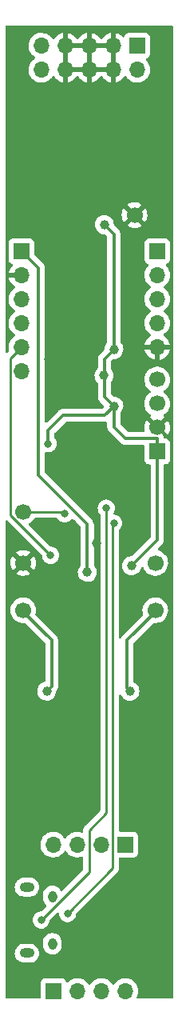
<source format=gbr>
%TF.GenerationSoftware,KiCad,Pcbnew,(6.0.11)*%
%TF.CreationDate,2023-03-11T14:35:42+00:00*%
%TF.ProjectId,QuadEnv_Components,51756164-456e-4765-9f43-6f6d706f6e65,rev?*%
%TF.SameCoordinates,Original*%
%TF.FileFunction,Copper,L2,Bot*%
%TF.FilePolarity,Positive*%
%FSLAX46Y46*%
G04 Gerber Fmt 4.6, Leading zero omitted, Abs format (unit mm)*
G04 Created by KiCad (PCBNEW (6.0.11)) date 2023-03-11 14:35:42*
%MOMM*%
%LPD*%
G01*
G04 APERTURE LIST*
%TA.AperFunction,ComponentPad*%
%ADD10C,1.700000*%
%TD*%
%TA.AperFunction,ComponentPad*%
%ADD11R,1.700000X1.700000*%
%TD*%
%TA.AperFunction,ComponentPad*%
%ADD12O,1.700000X1.700000*%
%TD*%
%TA.AperFunction,ComponentPad*%
%ADD13O,0.950000X1.250000*%
%TD*%
%TA.AperFunction,ComponentPad*%
%ADD14O,1.550000X1.000000*%
%TD*%
%TA.AperFunction,ViaPad*%
%ADD15C,1.000000*%
%TD*%
%TA.AperFunction,ViaPad*%
%ADD16C,0.800000*%
%TD*%
%TA.AperFunction,Conductor*%
%ADD17C,0.350000*%
%TD*%
%TA.AperFunction,Conductor*%
%ADD18C,0.250000*%
%TD*%
G04 APERTURE END LIST*
D10*
%TO.P,TP6,1,1*%
%TO.N,/RESET*%
X52400000Y-102000000D03*
%TD*%
%TO.P,TP5,1,1*%
%TO.N,GND*%
X52400000Y-107400000D03*
%TD*%
%TO.P,TP3,1,1*%
%TO.N,+12V*%
X52400000Y-112400000D03*
%TD*%
%TO.P,TP2,1,1*%
%TO.N,+3V3*%
X66400000Y-107400000D03*
%TD*%
D11*
%TO.P,J6,1,Pin_1*%
%TO.N,/-12V_IN*%
X64480000Y-52660000D03*
D12*
%TO.P,J6,2,Pin_2*%
X64480000Y-55200000D03*
%TO.P,J6,3,Pin_3*%
%TO.N,GND*%
X61940000Y-52660000D03*
%TO.P,J6,4,Pin_4*%
X61940000Y-55200000D03*
%TO.P,J6,5,Pin_5*%
X59400000Y-52660000D03*
%TO.P,J6,6,Pin_6*%
X59400000Y-55200000D03*
%TO.P,J6,7,Pin_7*%
X56860000Y-52660000D03*
%TO.P,J6,8,Pin_8*%
X56860000Y-55200000D03*
%TO.P,J6,9,Pin_9*%
%TO.N,/+12V_IN*%
X54320000Y-52660000D03*
%TO.P,J6,10,Pin_10*%
X54320000Y-55200000D03*
%TD*%
D13*
%TO.P,J7,*%
%TO.N,*%
X55485000Y-147700000D03*
D14*
X52785000Y-148700000D03*
D13*
X55485000Y-142700000D03*
D14*
%TO.P,J7,6,Shield*%
%TO.N,unconnected-(J7-Pad6)*%
X52785000Y-141700000D03*
%TD*%
D11*
%TO.P,J5,1,Pin_1*%
%TO.N,+3.3V*%
X66600000Y-95610000D03*
D10*
%TO.P,J5,2,Pin_2*%
%TO.N,GND*%
X66600000Y-93070000D03*
%TO.P,J5,3,Pin_3*%
%TO.N,/SWIO*%
X66600000Y-90530000D03*
%TO.P,J5,4,Pin_4*%
%TO.N,/SWCLK*%
X66600000Y-87990000D03*
%TD*%
%TO.P,TP1,1,1*%
%TO.N,GND*%
X64200000Y-70600000D03*
%TD*%
%TO.P,TP4,1,1*%
%TO.N,-12V*%
X66400000Y-112400000D03*
%TD*%
D11*
%TO.P,J1,1,Pin_1*%
%TO.N,+3.3VA*%
X52200000Y-74400000D03*
D12*
%TO.P,J1,2,Pin_2*%
%TO.N,GND*%
X52200000Y-76940000D03*
%TO.P,J1,3,Pin_3*%
%TO.N,/Attack_Pot*%
X52200000Y-79480000D03*
%TO.P,J1,4,Pin_4*%
%TO.N,/Decay_Pot*%
X52200000Y-82020000D03*
%TO.P,J1,5,Pin_5*%
%TO.N,/Release_Pot*%
X52200000Y-84560000D03*
%TO.P,J1,6,Pin_6*%
%TO.N,/Sustain_Pot*%
X52200000Y-87100000D03*
%TD*%
D11*
%TO.P,J4,1,Pin_1*%
%TO.N,/Led3_Out*%
X55600000Y-152700000D03*
D12*
%TO.P,J4,2,Pin_2*%
%TO.N,/Env3_Out*%
X58140000Y-152700000D03*
%TO.P,J4,3,Pin_3*%
%TO.N,/Led4_Out*%
X60680000Y-152700000D03*
%TO.P,J4,4,Pin_4*%
%TO.N,/Env4_Out*%
X63220000Y-152700000D03*
%TD*%
D11*
%TO.P,J2,1,Pin_1*%
%TO.N,/Gate1_In*%
X66600000Y-74400000D03*
D12*
%TO.P,J2,2,Pin_2*%
%TO.N,/Gate2_In*%
X66600000Y-76940000D03*
%TO.P,J2,3,Pin_3*%
%TO.N,/Gate3_In*%
X66600000Y-79480000D03*
%TO.P,J2,4,Pin_4*%
%TO.N,/Gate4_In*%
X66600000Y-82020000D03*
%TO.P,J2,5,Pin_5*%
%TO.N,GND*%
X66600000Y-84560000D03*
%TD*%
D11*
%TO.P,J3,1,Pin_1*%
%TO.N,/Led2_Out*%
X63200000Y-137200000D03*
D12*
%TO.P,J3,2,Pin_2*%
%TO.N,/Env2_Out*%
X60660000Y-137200000D03*
%TO.P,J3,3,Pin_3*%
%TO.N,/Led1_Out*%
X58120000Y-137200000D03*
%TO.P,J3,4,Pin_4*%
%TO.N,/Env1_Out*%
X55580000Y-137200000D03*
%TD*%
D15*
%TO.N,+3.3V*%
X63900000Y-107700000D03*
X62000000Y-84800000D03*
X62000000Y-90800000D03*
X61000000Y-71600000D03*
X60963872Y-87575433D03*
D16*
X55012500Y-94787500D03*
%TO.N,GND*%
X60200000Y-103000000D03*
X59400000Y-76600000D03*
X66000000Y-121070000D03*
X58600000Y-112400000D03*
X54000000Y-146500000D03*
D15*
X60200000Y-105325500D03*
D16*
X56800000Y-84000000D03*
X63600000Y-60400000D03*
X57200000Y-139400000D03*
X57600000Y-103200000D03*
X56800000Y-116800000D03*
X65200000Y-103000000D03*
X52800000Y-121070000D03*
X54800000Y-66400000D03*
X56400000Y-72000000D03*
X54100000Y-73300000D03*
X57100000Y-146600000D03*
X63400000Y-127200000D03*
X55000000Y-85800000D03*
X63500000Y-139600000D03*
D15*
X62000000Y-100000000D03*
D16*
X63500000Y-135000000D03*
X57200000Y-99800000D03*
X63800000Y-82400000D03*
X51900000Y-152000000D03*
X60800000Y-93200000D03*
X59600000Y-124000000D03*
X57600000Y-74400000D03*
X64400000Y-85800000D03*
X61600000Y-62400000D03*
X58000000Y-68600000D03*
X52800000Y-68800000D03*
X52800000Y-123070000D03*
X59700000Y-131500000D03*
X55600000Y-127400000D03*
X51300000Y-136100000D03*
X64000000Y-66400000D03*
X57800000Y-90400000D03*
X57000000Y-93400000D03*
X66900000Y-152400000D03*
X55400000Y-62200000D03*
X65000000Y-98000000D03*
X61200000Y-68800000D03*
D15*
%TO.N,+12V*%
X54887500Y-120957500D03*
%TO.N,-12V*%
X63700000Y-120970000D03*
D16*
%TO.N,/Release_Pot*%
X55295343Y-106595343D03*
%TO.N,/USB_DM*%
X57100000Y-144500000D03*
X62000000Y-103200000D03*
%TO.N,/USB_DP*%
X61200000Y-101600000D03*
X54300000Y-145200000D03*
D15*
%TO.N,+3.3VA*%
X59200000Y-108400000D03*
D16*
%TO.N,/RESET*%
X56800000Y-102200000D03*
%TD*%
D17*
%TO.N,+3.3V*%
X55012500Y-94787500D02*
X55012500Y-93387500D01*
X62000000Y-84800000D02*
X61000000Y-85800000D01*
X66600000Y-105000000D02*
X63900000Y-107700000D01*
X56600000Y-91800000D02*
X61000000Y-91800000D01*
X62000000Y-93000000D02*
X63210000Y-94210000D01*
X66600000Y-94210000D02*
X66600000Y-105000000D01*
X61000000Y-85800000D02*
X61000000Y-89800000D01*
X61000000Y-71600000D02*
X62000000Y-72600000D01*
X63210000Y-94210000D02*
X66600000Y-94210000D01*
X55012500Y-93387500D02*
X56600000Y-91800000D01*
X62000000Y-90800000D02*
X62000000Y-93000000D01*
X61000000Y-91800000D02*
X62000000Y-90800000D01*
X62000000Y-72600000D02*
X62000000Y-84800000D01*
X61000000Y-89800000D02*
X62000000Y-90800000D01*
%TO.N,+12V*%
X54887500Y-120957500D02*
X55400000Y-120445000D01*
X55400000Y-115600000D02*
X52400000Y-112600000D01*
X52400000Y-112600000D02*
X52400000Y-112400000D01*
X55400000Y-120445000D02*
X55400000Y-115600000D01*
%TO.N,-12V*%
X66400000Y-112400000D02*
X66400000Y-112600000D01*
X63400000Y-115600000D02*
X63400000Y-120670000D01*
X66400000Y-112600000D02*
X63400000Y-115600000D01*
X63400000Y-120670000D02*
X63700000Y-120970000D01*
D18*
%TO.N,/Release_Pot*%
X51025000Y-85735000D02*
X51025000Y-102325000D01*
X52200000Y-84560000D02*
X51025000Y-85735000D01*
X51025000Y-102325000D02*
X55295343Y-106595343D01*
%TO.N,/USB_DM*%
X61900000Y-139700000D02*
X57100000Y-144500000D01*
X61900000Y-103300000D02*
X61900000Y-139700000D01*
X62000000Y-103200000D02*
X61900000Y-103300000D01*
%TO.N,/USB_DP*%
X61200000Y-133872620D02*
X59400000Y-135672620D01*
X59400000Y-135672620D02*
X59400000Y-140100000D01*
X61200000Y-101600000D02*
X61200000Y-133872620D01*
X59400000Y-140100000D02*
X54300000Y-145200000D01*
D17*
%TO.N,+3.3VA*%
X59200000Y-108400000D02*
X59200000Y-103304691D01*
X59200000Y-103304691D02*
X54000000Y-98104691D01*
X54000000Y-76200000D02*
X52200000Y-74400000D01*
X54000000Y-98104691D02*
X54000000Y-76200000D01*
D18*
%TO.N,/RESET*%
X56600000Y-102000000D02*
X56800000Y-102200000D01*
X52400000Y-102000000D02*
X56600000Y-102000000D01*
%TD*%
%TA.AperFunction,Conductor*%
%TO.N,GND*%
G36*
X68233621Y-50528502D02*
G01*
X68280114Y-50582158D01*
X68291500Y-50634500D01*
X68291500Y-153365500D01*
X68271498Y-153433621D01*
X68217842Y-153480114D01*
X68165500Y-153491500D01*
X64547079Y-153491500D01*
X64478958Y-153471498D01*
X64432465Y-153417842D01*
X64422361Y-153347568D01*
X64434121Y-153309674D01*
X64485138Y-153206448D01*
X64487430Y-153201811D01*
X64552370Y-152988069D01*
X64581529Y-152766590D01*
X64583156Y-152700000D01*
X64564852Y-152477361D01*
X64510431Y-152260702D01*
X64421354Y-152055840D01*
X64300014Y-151868277D01*
X64149670Y-151703051D01*
X64145619Y-151699852D01*
X64145615Y-151699848D01*
X63978414Y-151567800D01*
X63978410Y-151567798D01*
X63974359Y-151564598D01*
X63778789Y-151456638D01*
X63773920Y-151454914D01*
X63773916Y-151454912D01*
X63573087Y-151383795D01*
X63573083Y-151383794D01*
X63568212Y-151382069D01*
X63563119Y-151381162D01*
X63563116Y-151381161D01*
X63353373Y-151343800D01*
X63353367Y-151343799D01*
X63348284Y-151342894D01*
X63274452Y-151341992D01*
X63130081Y-151340228D01*
X63130079Y-151340228D01*
X63124911Y-151340165D01*
X62904091Y-151373955D01*
X62691756Y-151443357D01*
X62493607Y-151546507D01*
X62489474Y-151549610D01*
X62489471Y-151549612D01*
X62319100Y-151677530D01*
X62314965Y-151680635D01*
X62311393Y-151684373D01*
X62203729Y-151797037D01*
X62160629Y-151842138D01*
X62053201Y-151999621D01*
X61998293Y-152044621D01*
X61927768Y-152052792D01*
X61864021Y-152021538D01*
X61843324Y-151997054D01*
X61762822Y-151872617D01*
X61762820Y-151872614D01*
X61760014Y-151868277D01*
X61609670Y-151703051D01*
X61605619Y-151699852D01*
X61605615Y-151699848D01*
X61438414Y-151567800D01*
X61438410Y-151567798D01*
X61434359Y-151564598D01*
X61238789Y-151456638D01*
X61233920Y-151454914D01*
X61233916Y-151454912D01*
X61033087Y-151383795D01*
X61033083Y-151383794D01*
X61028212Y-151382069D01*
X61023119Y-151381162D01*
X61023116Y-151381161D01*
X60813373Y-151343800D01*
X60813367Y-151343799D01*
X60808284Y-151342894D01*
X60734452Y-151341992D01*
X60590081Y-151340228D01*
X60590079Y-151340228D01*
X60584911Y-151340165D01*
X60364091Y-151373955D01*
X60151756Y-151443357D01*
X59953607Y-151546507D01*
X59949474Y-151549610D01*
X59949471Y-151549612D01*
X59779100Y-151677530D01*
X59774965Y-151680635D01*
X59771393Y-151684373D01*
X59663729Y-151797037D01*
X59620629Y-151842138D01*
X59513201Y-151999621D01*
X59458293Y-152044621D01*
X59387768Y-152052792D01*
X59324021Y-152021538D01*
X59303324Y-151997054D01*
X59222822Y-151872617D01*
X59222820Y-151872614D01*
X59220014Y-151868277D01*
X59069670Y-151703051D01*
X59065619Y-151699852D01*
X59065615Y-151699848D01*
X58898414Y-151567800D01*
X58898410Y-151567798D01*
X58894359Y-151564598D01*
X58698789Y-151456638D01*
X58693920Y-151454914D01*
X58693916Y-151454912D01*
X58493087Y-151383795D01*
X58493083Y-151383794D01*
X58488212Y-151382069D01*
X58483119Y-151381162D01*
X58483116Y-151381161D01*
X58273373Y-151343800D01*
X58273367Y-151343799D01*
X58268284Y-151342894D01*
X58194452Y-151341992D01*
X58050081Y-151340228D01*
X58050079Y-151340228D01*
X58044911Y-151340165D01*
X57824091Y-151373955D01*
X57611756Y-151443357D01*
X57413607Y-151546507D01*
X57409474Y-151549610D01*
X57409471Y-151549612D01*
X57239100Y-151677530D01*
X57234965Y-151680635D01*
X57178537Y-151739684D01*
X57154283Y-151765064D01*
X57092759Y-151800494D01*
X57021846Y-151797037D01*
X56964060Y-151755791D01*
X56945207Y-151722243D01*
X56903767Y-151611703D01*
X56900615Y-151603295D01*
X56813261Y-151486739D01*
X56696705Y-151399385D01*
X56560316Y-151348255D01*
X56498134Y-151341500D01*
X54701866Y-151341500D01*
X54639684Y-151348255D01*
X54503295Y-151399385D01*
X54386739Y-151486739D01*
X54299385Y-151603295D01*
X54248255Y-151739684D01*
X54241500Y-151801866D01*
X54241500Y-153365500D01*
X54221498Y-153433621D01*
X54167842Y-153480114D01*
X54115500Y-153491500D01*
X50634500Y-153491500D01*
X50566379Y-153471498D01*
X50519886Y-153417842D01*
X50508500Y-153365500D01*
X50508500Y-148692925D01*
X51496645Y-148692925D01*
X51514570Y-148889888D01*
X51570410Y-149079619D01*
X51573263Y-149085077D01*
X51573265Y-149085081D01*
X51620720Y-149175853D01*
X51662040Y-149254890D01*
X51785968Y-149409025D01*
X51790692Y-149412989D01*
X51797933Y-149419065D01*
X51937474Y-149536154D01*
X51942872Y-149539121D01*
X51942877Y-149539125D01*
X52086180Y-149617905D01*
X52110787Y-149631433D01*
X52116654Y-149633294D01*
X52116656Y-149633295D01*
X52293436Y-149689373D01*
X52299306Y-149691235D01*
X52453227Y-149708500D01*
X53109769Y-149708500D01*
X53112825Y-149708200D01*
X53112832Y-149708200D01*
X53171340Y-149702463D01*
X53256833Y-149694080D01*
X53262734Y-149692298D01*
X53262736Y-149692298D01*
X53336053Y-149670162D01*
X53446169Y-149636916D01*
X53620796Y-149544066D01*
X53707062Y-149473709D01*
X53769287Y-149422960D01*
X53769290Y-149422957D01*
X53774062Y-149419065D01*
X53786344Y-149404219D01*
X53896201Y-149271425D01*
X53896203Y-149271421D01*
X53900130Y-149266675D01*
X53994198Y-149092701D01*
X54052682Y-148903768D01*
X54059658Y-148837392D01*
X54072711Y-148713204D01*
X54072711Y-148713202D01*
X54073355Y-148707075D01*
X54065847Y-148624576D01*
X54055989Y-148516251D01*
X54055988Y-148516248D01*
X54055430Y-148510112D01*
X54028627Y-148419040D01*
X54001330Y-148326294D01*
X53999590Y-148320381D01*
X53989919Y-148301881D01*
X53910813Y-148150568D01*
X53907960Y-148145110D01*
X53784032Y-147990975D01*
X53777727Y-147985684D01*
X53731352Y-147946771D01*
X53675534Y-147899934D01*
X54501500Y-147899934D01*
X54501823Y-147903113D01*
X54511236Y-147995781D01*
X54516619Y-148048780D01*
X54576369Y-148239440D01*
X54673235Y-148414191D01*
X54803261Y-148565896D01*
X54808298Y-148569803D01*
X54808300Y-148569805D01*
X54956093Y-148684445D01*
X54956096Y-148684447D01*
X54961137Y-148688357D01*
X54966863Y-148691175D01*
X54966867Y-148691177D01*
X55134682Y-148773752D01*
X55140411Y-148776571D01*
X55229906Y-148799883D01*
X55327580Y-148825325D01*
X55327583Y-148825325D01*
X55333762Y-148826935D01*
X55427256Y-148831835D01*
X55526911Y-148837058D01*
X55526915Y-148837058D01*
X55533292Y-148837392D01*
X55730848Y-148807514D01*
X55918361Y-148738523D01*
X56088172Y-148633235D01*
X56233344Y-148495953D01*
X56347946Y-148332284D01*
X56427298Y-148148914D01*
X56468156Y-147953334D01*
X56468500Y-147946771D01*
X56468500Y-147500066D01*
X56453381Y-147351220D01*
X56393631Y-147160560D01*
X56296765Y-146985809D01*
X56166739Y-146834104D01*
X56161700Y-146830195D01*
X56013907Y-146715555D01*
X56013904Y-146715553D01*
X56008863Y-146711643D01*
X56003137Y-146708825D01*
X56003133Y-146708823D01*
X55835318Y-146626248D01*
X55829589Y-146623429D01*
X55710797Y-146592486D01*
X55642420Y-146574675D01*
X55642417Y-146574675D01*
X55636238Y-146573065D01*
X55542744Y-146568165D01*
X55443089Y-146562942D01*
X55443085Y-146562942D01*
X55436708Y-146562608D01*
X55239152Y-146592486D01*
X55051639Y-146661477D01*
X54881828Y-146766765D01*
X54736656Y-146904047D01*
X54622054Y-147067716D01*
X54542702Y-147251086D01*
X54501844Y-147446666D01*
X54501500Y-147453229D01*
X54501500Y-147899934D01*
X53675534Y-147899934D01*
X53632526Y-147863846D01*
X53627128Y-147860879D01*
X53627123Y-147860875D01*
X53464608Y-147771533D01*
X53464609Y-147771533D01*
X53459213Y-147768567D01*
X53453346Y-147766706D01*
X53453344Y-147766705D01*
X53276564Y-147710627D01*
X53276563Y-147710627D01*
X53270694Y-147708765D01*
X53116773Y-147691500D01*
X52460231Y-147691500D01*
X52457175Y-147691800D01*
X52457168Y-147691800D01*
X52398660Y-147697537D01*
X52313167Y-147705920D01*
X52307266Y-147707702D01*
X52307264Y-147707702D01*
X52233947Y-147729838D01*
X52123831Y-147763084D01*
X51949204Y-147855934D01*
X51895255Y-147899934D01*
X51800713Y-147977040D01*
X51800710Y-147977043D01*
X51795938Y-147980935D01*
X51792011Y-147985682D01*
X51792009Y-147985684D01*
X51673799Y-148128575D01*
X51673797Y-148128579D01*
X51669870Y-148133325D01*
X51575802Y-148307299D01*
X51517318Y-148496232D01*
X51516674Y-148502357D01*
X51516674Y-148502358D01*
X51502919Y-148633235D01*
X51496645Y-148692925D01*
X50508500Y-148692925D01*
X50508500Y-145200000D01*
X53386496Y-145200000D01*
X53387186Y-145206565D01*
X53403955Y-145366109D01*
X53406458Y-145389928D01*
X53465473Y-145571556D01*
X53560960Y-145736944D01*
X53688747Y-145878866D01*
X53843248Y-145991118D01*
X53849276Y-145993802D01*
X53849278Y-145993803D01*
X54011681Y-146066109D01*
X54017712Y-146068794D01*
X54111112Y-146088647D01*
X54198056Y-146107128D01*
X54198061Y-146107128D01*
X54204513Y-146108500D01*
X54395487Y-146108500D01*
X54401939Y-146107128D01*
X54401944Y-146107128D01*
X54488888Y-146088647D01*
X54582288Y-146068794D01*
X54588319Y-146066109D01*
X54750722Y-145993803D01*
X54750724Y-145993802D01*
X54756752Y-145991118D01*
X54911253Y-145878866D01*
X55039040Y-145736944D01*
X55134527Y-145571556D01*
X55193542Y-145389928D01*
X55196046Y-145366109D01*
X55210907Y-145224707D01*
X55237920Y-145159050D01*
X55247122Y-145148782D01*
X55972091Y-144423813D01*
X56034403Y-144389787D01*
X56105218Y-144394852D01*
X56162054Y-144437399D01*
X56185444Y-144500111D01*
X56186496Y-144500000D01*
X56204235Y-144668774D01*
X56206458Y-144689928D01*
X56265473Y-144871556D01*
X56360960Y-145036944D01*
X56365378Y-145041851D01*
X56365379Y-145041852D01*
X56484325Y-145173955D01*
X56488747Y-145178866D01*
X56643248Y-145291118D01*
X56649276Y-145293802D01*
X56649278Y-145293803D01*
X56811681Y-145366109D01*
X56817712Y-145368794D01*
X56886263Y-145383365D01*
X56998056Y-145407128D01*
X56998061Y-145407128D01*
X57004513Y-145408500D01*
X57195487Y-145408500D01*
X57201939Y-145407128D01*
X57201944Y-145407128D01*
X57313737Y-145383365D01*
X57382288Y-145368794D01*
X57388319Y-145366109D01*
X57550722Y-145293803D01*
X57550724Y-145293802D01*
X57556752Y-145291118D01*
X57711253Y-145178866D01*
X57715675Y-145173955D01*
X57834621Y-145041852D01*
X57834622Y-145041851D01*
X57839040Y-145036944D01*
X57934527Y-144871556D01*
X57993542Y-144689928D01*
X57995766Y-144668774D01*
X58002348Y-144606144D01*
X58010907Y-144524706D01*
X58037920Y-144459050D01*
X58047122Y-144448782D01*
X62292253Y-140203652D01*
X62300539Y-140196112D01*
X62307018Y-140192000D01*
X62318259Y-140180030D01*
X62353643Y-140142349D01*
X62356398Y-140139507D01*
X62376135Y-140119770D01*
X62378615Y-140116573D01*
X62386320Y-140107551D01*
X62411159Y-140081100D01*
X62416586Y-140075321D01*
X62420405Y-140068375D01*
X62420407Y-140068372D01*
X62426348Y-140057566D01*
X62437199Y-140041047D01*
X62444758Y-140031301D01*
X62449614Y-140025041D01*
X62452759Y-140017772D01*
X62452762Y-140017768D01*
X62467174Y-139984463D01*
X62472391Y-139973813D01*
X62493695Y-139935060D01*
X62498733Y-139915437D01*
X62505137Y-139896734D01*
X62510033Y-139885420D01*
X62510033Y-139885419D01*
X62513181Y-139878145D01*
X62514420Y-139870322D01*
X62514423Y-139870312D01*
X62520099Y-139834476D01*
X62522505Y-139822856D01*
X62531528Y-139787711D01*
X62531528Y-139787710D01*
X62533500Y-139780030D01*
X62533500Y-139759776D01*
X62535051Y-139740065D01*
X62536980Y-139727886D01*
X62538220Y-139720057D01*
X62534059Y-139676038D01*
X62533500Y-139664181D01*
X62533500Y-138684500D01*
X62553502Y-138616379D01*
X62607158Y-138569886D01*
X62659500Y-138558500D01*
X64098134Y-138558500D01*
X64160316Y-138551745D01*
X64296705Y-138500615D01*
X64413261Y-138413261D01*
X64500615Y-138296705D01*
X64551745Y-138160316D01*
X64558500Y-138098134D01*
X64558500Y-136301866D01*
X64551745Y-136239684D01*
X64500615Y-136103295D01*
X64413261Y-135986739D01*
X64296705Y-135899385D01*
X64160316Y-135848255D01*
X64098134Y-135841500D01*
X62659500Y-135841500D01*
X62591379Y-135821498D01*
X62544886Y-135767842D01*
X62533500Y-135715500D01*
X62533500Y-121427464D01*
X62553502Y-121359343D01*
X62607158Y-121312850D01*
X62677432Y-121302746D01*
X62742012Y-121332240D01*
X62771566Y-121369869D01*
X62777893Y-121382179D01*
X62848187Y-121518956D01*
X62971035Y-121673953D01*
X62975728Y-121677947D01*
X62975729Y-121677948D01*
X63106963Y-121789636D01*
X63121650Y-121802136D01*
X63294294Y-121898624D01*
X63482392Y-121959740D01*
X63678777Y-121983158D01*
X63684912Y-121982686D01*
X63684914Y-121982686D01*
X63869830Y-121968457D01*
X63869834Y-121968456D01*
X63875972Y-121967984D01*
X64066463Y-121914798D01*
X64071967Y-121912018D01*
X64071969Y-121912017D01*
X64237495Y-121828404D01*
X64237497Y-121828403D01*
X64242996Y-121825625D01*
X64398847Y-121703861D01*
X64528078Y-121554145D01*
X64625769Y-121382179D01*
X64688197Y-121194513D01*
X64712985Y-120998295D01*
X64713380Y-120970000D01*
X64694080Y-120773167D01*
X64681941Y-120732959D01*
X64670162Y-120693947D01*
X64636916Y-120583831D01*
X64544066Y-120409204D01*
X64473709Y-120322938D01*
X64422960Y-120260713D01*
X64422957Y-120260710D01*
X64419065Y-120255938D01*
X64397614Y-120238192D01*
X64271425Y-120133799D01*
X64271421Y-120133797D01*
X64266675Y-120129870D01*
X64149570Y-120066551D01*
X64099162Y-120016557D01*
X64083500Y-119955716D01*
X64083500Y-115935305D01*
X64103502Y-115867184D01*
X64120405Y-115846210D01*
X66175119Y-113791496D01*
X66237431Y-113757470D01*
X66268831Y-113754676D01*
X66456673Y-113761564D01*
X66456677Y-113761564D01*
X66461837Y-113761753D01*
X66466957Y-113761097D01*
X66466959Y-113761097D01*
X66678288Y-113734025D01*
X66678289Y-113734025D01*
X66683416Y-113733368D01*
X66688366Y-113731883D01*
X66892429Y-113670661D01*
X66892434Y-113670659D01*
X66897384Y-113669174D01*
X67097994Y-113570896D01*
X67279860Y-113441173D01*
X67438096Y-113283489D01*
X67497594Y-113200689D01*
X67565435Y-113106277D01*
X67568453Y-113102077D01*
X67667430Y-112901811D01*
X67732370Y-112688069D01*
X67761529Y-112466590D01*
X67763156Y-112400000D01*
X67744852Y-112177361D01*
X67690431Y-111960702D01*
X67601354Y-111755840D01*
X67480014Y-111568277D01*
X67329670Y-111403051D01*
X67325619Y-111399852D01*
X67325615Y-111399848D01*
X67158414Y-111267800D01*
X67158410Y-111267798D01*
X67154359Y-111264598D01*
X66958789Y-111156638D01*
X66953920Y-111154914D01*
X66953916Y-111154912D01*
X66753087Y-111083795D01*
X66753083Y-111083794D01*
X66748212Y-111082069D01*
X66743119Y-111081162D01*
X66743116Y-111081161D01*
X66533373Y-111043800D01*
X66533367Y-111043799D01*
X66528284Y-111042894D01*
X66454452Y-111041992D01*
X66310081Y-111040228D01*
X66310079Y-111040228D01*
X66304911Y-111040165D01*
X66084091Y-111073955D01*
X65871756Y-111143357D01*
X65673607Y-111246507D01*
X65669474Y-111249610D01*
X65669471Y-111249612D01*
X65645247Y-111267800D01*
X65494965Y-111380635D01*
X65340629Y-111542138D01*
X65214743Y-111726680D01*
X65120688Y-111929305D01*
X65060989Y-112144570D01*
X65037251Y-112366695D01*
X65037548Y-112371848D01*
X65037548Y-112371851D01*
X65043011Y-112466590D01*
X65050110Y-112589715D01*
X65051247Y-112594761D01*
X65051248Y-112594767D01*
X65071119Y-112682939D01*
X65099222Y-112807639D01*
X65101166Y-112812426D01*
X65104325Y-112820206D01*
X65111422Y-112890847D01*
X65076678Y-112956707D01*
X62936541Y-115096844D01*
X62930276Y-115102698D01*
X62888330Y-115139290D01*
X62852934Y-115189655D01*
X62849022Y-115194920D01*
X62811065Y-115243328D01*
X62807939Y-115250252D01*
X62805329Y-115254561D01*
X62799958Y-115263976D01*
X62797573Y-115268424D01*
X62793205Y-115274639D01*
X62790445Y-115281718D01*
X62776893Y-115316478D01*
X62733513Y-115372680D01*
X62666634Y-115396507D01*
X62597490Y-115380394D01*
X62548034Y-115329457D01*
X62533500Y-115270709D01*
X62533500Y-103999557D01*
X62553502Y-103931436D01*
X62585439Y-103897621D01*
X62605909Y-103882749D01*
X62605911Y-103882747D01*
X62611253Y-103878866D01*
X62739040Y-103736944D01*
X62834527Y-103571556D01*
X62893542Y-103389928D01*
X62898563Y-103342161D01*
X62912814Y-103206565D01*
X62913504Y-103200000D01*
X62903743Y-103107128D01*
X62894232Y-103016635D01*
X62894232Y-103016633D01*
X62893542Y-103010072D01*
X62834527Y-102828444D01*
X62739040Y-102663056D01*
X62611253Y-102521134D01*
X62456752Y-102408882D01*
X62450724Y-102406198D01*
X62450722Y-102406197D01*
X62288319Y-102333891D01*
X62288318Y-102333891D01*
X62282288Y-102331206D01*
X62188888Y-102311353D01*
X62101944Y-102292872D01*
X62101939Y-102292872D01*
X62095487Y-102291500D01*
X62068045Y-102291500D01*
X61999924Y-102271498D01*
X61953431Y-102217842D01*
X61943327Y-102147568D01*
X61958926Y-102102500D01*
X62031223Y-101977279D01*
X62031224Y-101977278D01*
X62034527Y-101971556D01*
X62093542Y-101789928D01*
X62113504Y-101600000D01*
X62093542Y-101410072D01*
X62034527Y-101228444D01*
X61999790Y-101168277D01*
X61942341Y-101068774D01*
X61939040Y-101063056D01*
X61811253Y-100921134D01*
X61656752Y-100808882D01*
X61650724Y-100806198D01*
X61650722Y-100806197D01*
X61488319Y-100733891D01*
X61488318Y-100733891D01*
X61482288Y-100731206D01*
X61388888Y-100711353D01*
X61301944Y-100692872D01*
X61301939Y-100692872D01*
X61295487Y-100691500D01*
X61104513Y-100691500D01*
X61098061Y-100692872D01*
X61098056Y-100692872D01*
X61011112Y-100711353D01*
X60917712Y-100731206D01*
X60911682Y-100733891D01*
X60911681Y-100733891D01*
X60749278Y-100806197D01*
X60749276Y-100806198D01*
X60743248Y-100808882D01*
X60588747Y-100921134D01*
X60460960Y-101063056D01*
X60457659Y-101068774D01*
X60400211Y-101168277D01*
X60365473Y-101228444D01*
X60306458Y-101410072D01*
X60286496Y-101600000D01*
X60306458Y-101789928D01*
X60365473Y-101971556D01*
X60460960Y-102136944D01*
X60534137Y-102218215D01*
X60564853Y-102282221D01*
X60566500Y-102302524D01*
X60566500Y-133558025D01*
X60546498Y-133626146D01*
X60529595Y-133647120D01*
X59007747Y-135168968D01*
X58999461Y-135176508D01*
X58992982Y-135180620D01*
X58987557Y-135186397D01*
X58946357Y-135230271D01*
X58943602Y-135233113D01*
X58923865Y-135252850D01*
X58921385Y-135256047D01*
X58913682Y-135265067D01*
X58883414Y-135297299D01*
X58879595Y-135304245D01*
X58879593Y-135304248D01*
X58873652Y-135315054D01*
X58862801Y-135331573D01*
X58850386Y-135347579D01*
X58847241Y-135354848D01*
X58847238Y-135354852D01*
X58832826Y-135388157D01*
X58827609Y-135398807D01*
X58806305Y-135437560D01*
X58804334Y-135445235D01*
X58804334Y-135445236D01*
X58801267Y-135457182D01*
X58794863Y-135475886D01*
X58786819Y-135494475D01*
X58785580Y-135502298D01*
X58785577Y-135502308D01*
X58779901Y-135538144D01*
X58777495Y-135549764D01*
X58766500Y-135592590D01*
X58766500Y-135612844D01*
X58764949Y-135632554D01*
X58761780Y-135652563D01*
X58762526Y-135660455D01*
X58765941Y-135696581D01*
X58766500Y-135708439D01*
X58766500Y-135809412D01*
X58746498Y-135877533D01*
X58692842Y-135924026D01*
X58622568Y-135934130D01*
X58598440Y-135928185D01*
X58473087Y-135883795D01*
X58473083Y-135883794D01*
X58468212Y-135882069D01*
X58463119Y-135881162D01*
X58463116Y-135881161D01*
X58253373Y-135843800D01*
X58253367Y-135843799D01*
X58248284Y-135842894D01*
X58174452Y-135841992D01*
X58030081Y-135840228D01*
X58030079Y-135840228D01*
X58024911Y-135840165D01*
X57804091Y-135873955D01*
X57591756Y-135943357D01*
X57393607Y-136046507D01*
X57389474Y-136049610D01*
X57389471Y-136049612D01*
X57219100Y-136177530D01*
X57214965Y-136180635D01*
X57060629Y-136342138D01*
X56953201Y-136499621D01*
X56898293Y-136544621D01*
X56827768Y-136552792D01*
X56764021Y-136521538D01*
X56743324Y-136497054D01*
X56662822Y-136372617D01*
X56662820Y-136372614D01*
X56660014Y-136368277D01*
X56509670Y-136203051D01*
X56505619Y-136199852D01*
X56505615Y-136199848D01*
X56338414Y-136067800D01*
X56338410Y-136067798D01*
X56334359Y-136064598D01*
X56138789Y-135956638D01*
X56133920Y-135954914D01*
X56133916Y-135954912D01*
X55933087Y-135883795D01*
X55933083Y-135883794D01*
X55928212Y-135882069D01*
X55923119Y-135881162D01*
X55923116Y-135881161D01*
X55713373Y-135843800D01*
X55713367Y-135843799D01*
X55708284Y-135842894D01*
X55634452Y-135841992D01*
X55490081Y-135840228D01*
X55490079Y-135840228D01*
X55484911Y-135840165D01*
X55264091Y-135873955D01*
X55051756Y-135943357D01*
X54853607Y-136046507D01*
X54849474Y-136049610D01*
X54849471Y-136049612D01*
X54679100Y-136177530D01*
X54674965Y-136180635D01*
X54520629Y-136342138D01*
X54394743Y-136526680D01*
X54300688Y-136729305D01*
X54240989Y-136944570D01*
X54217251Y-137166695D01*
X54230110Y-137389715D01*
X54231247Y-137394761D01*
X54231248Y-137394767D01*
X54255304Y-137501508D01*
X54279222Y-137607639D01*
X54363266Y-137814616D01*
X54414942Y-137898944D01*
X54477291Y-138000688D01*
X54479987Y-138005088D01*
X54626250Y-138173938D01*
X54798126Y-138316632D01*
X54991000Y-138429338D01*
X55199692Y-138509030D01*
X55204760Y-138510061D01*
X55204763Y-138510062D01*
X55266965Y-138522717D01*
X55418597Y-138553567D01*
X55423772Y-138553757D01*
X55423774Y-138553757D01*
X55636673Y-138561564D01*
X55636677Y-138561564D01*
X55641837Y-138561753D01*
X55646957Y-138561097D01*
X55646959Y-138561097D01*
X55858288Y-138534025D01*
X55858289Y-138534025D01*
X55863416Y-138533368D01*
X55875022Y-138529886D01*
X56072429Y-138470661D01*
X56072434Y-138470659D01*
X56077384Y-138469174D01*
X56277994Y-138370896D01*
X56459860Y-138241173D01*
X56618096Y-138083489D01*
X56677594Y-138000689D01*
X56748453Y-137902077D01*
X56749776Y-137903028D01*
X56796645Y-137859857D01*
X56866580Y-137847625D01*
X56932026Y-137875144D01*
X56959875Y-137906994D01*
X57019987Y-138005088D01*
X57166250Y-138173938D01*
X57338126Y-138316632D01*
X57531000Y-138429338D01*
X57739692Y-138509030D01*
X57744760Y-138510061D01*
X57744763Y-138510062D01*
X57806965Y-138522717D01*
X57958597Y-138553567D01*
X57963772Y-138553757D01*
X57963774Y-138553757D01*
X58176673Y-138561564D01*
X58176677Y-138561564D01*
X58181837Y-138561753D01*
X58186957Y-138561097D01*
X58186959Y-138561097D01*
X58398288Y-138534025D01*
X58398289Y-138534025D01*
X58403416Y-138533368D01*
X58415022Y-138529886D01*
X58604292Y-138473102D01*
X58675288Y-138472686D01*
X58735238Y-138510718D01*
X58765110Y-138575124D01*
X58766500Y-138593788D01*
X58766500Y-139785405D01*
X58746498Y-139853526D01*
X58729595Y-139874500D01*
X56529662Y-142074433D01*
X56467350Y-142108459D01*
X56396535Y-142103394D01*
X56339699Y-142060847D01*
X56330365Y-142046425D01*
X56299858Y-141991389D01*
X56296765Y-141985809D01*
X56166739Y-141834104D01*
X56161700Y-141830195D01*
X56013907Y-141715555D01*
X56013904Y-141715553D01*
X56008863Y-141711643D01*
X56003137Y-141708825D01*
X56003133Y-141708823D01*
X55835318Y-141626248D01*
X55829589Y-141623429D01*
X55710797Y-141592486D01*
X55642420Y-141574675D01*
X55642417Y-141574675D01*
X55636238Y-141573065D01*
X55542744Y-141568165D01*
X55443089Y-141562942D01*
X55443085Y-141562942D01*
X55436708Y-141562608D01*
X55239152Y-141592486D01*
X55051639Y-141661477D01*
X54881828Y-141766765D01*
X54736656Y-141904047D01*
X54622054Y-142067716D01*
X54542702Y-142251086D01*
X54501844Y-142446666D01*
X54501500Y-142453229D01*
X54501500Y-142899934D01*
X54516619Y-143048780D01*
X54576369Y-143239440D01*
X54673235Y-143414191D01*
X54803261Y-143565896D01*
X54822642Y-143580929D01*
X54864208Y-143638484D01*
X54868060Y-143709376D01*
X54834511Y-143769584D01*
X54349500Y-144254595D01*
X54287188Y-144288621D01*
X54260405Y-144291500D01*
X54204513Y-144291500D01*
X54198061Y-144292872D01*
X54198056Y-144292872D01*
X54117139Y-144310072D01*
X54017712Y-144331206D01*
X54011682Y-144333891D01*
X54011681Y-144333891D01*
X53849278Y-144406197D01*
X53849276Y-144406198D01*
X53843248Y-144408882D01*
X53688747Y-144521134D01*
X53560960Y-144663056D01*
X53465473Y-144828444D01*
X53406458Y-145010072D01*
X53405768Y-145016633D01*
X53405768Y-145016635D01*
X53403118Y-145041852D01*
X53386496Y-145200000D01*
X50508500Y-145200000D01*
X50508500Y-141692925D01*
X51496645Y-141692925D01*
X51503059Y-141763403D01*
X51509138Y-141830195D01*
X51514570Y-141889888D01*
X51516308Y-141895794D01*
X51516309Y-141895798D01*
X51542801Y-141985809D01*
X51570410Y-142079619D01*
X51573263Y-142085077D01*
X51573265Y-142085081D01*
X51582839Y-142103394D01*
X51662040Y-142254890D01*
X51785968Y-142409025D01*
X51790692Y-142412989D01*
X51797933Y-142419065D01*
X51937474Y-142536154D01*
X51942872Y-142539121D01*
X51942877Y-142539125D01*
X52086180Y-142617905D01*
X52110787Y-142631433D01*
X52116654Y-142633294D01*
X52116656Y-142633295D01*
X52293436Y-142689373D01*
X52299306Y-142691235D01*
X52453227Y-142708500D01*
X53109769Y-142708500D01*
X53112825Y-142708200D01*
X53112832Y-142708200D01*
X53171340Y-142702463D01*
X53256833Y-142694080D01*
X53262734Y-142692298D01*
X53262736Y-142692298D01*
X53336053Y-142670162D01*
X53446169Y-142636916D01*
X53620796Y-142544066D01*
X53707062Y-142473709D01*
X53769287Y-142422960D01*
X53769290Y-142422957D01*
X53774062Y-142419065D01*
X53786344Y-142404219D01*
X53896201Y-142271425D01*
X53896203Y-142271421D01*
X53900130Y-142266675D01*
X53994198Y-142092701D01*
X54052682Y-141903768D01*
X54066621Y-141771147D01*
X54072711Y-141713204D01*
X54072711Y-141713202D01*
X54073355Y-141707075D01*
X54055430Y-141510112D01*
X53999590Y-141320381D01*
X53989919Y-141301881D01*
X53910813Y-141150568D01*
X53907960Y-141145110D01*
X53784032Y-140990975D01*
X53777727Y-140985684D01*
X53761334Y-140971929D01*
X53632526Y-140863846D01*
X53627128Y-140860879D01*
X53627123Y-140860875D01*
X53464608Y-140771533D01*
X53464609Y-140771533D01*
X53459213Y-140768567D01*
X53453346Y-140766706D01*
X53453344Y-140766705D01*
X53276564Y-140710627D01*
X53276563Y-140710627D01*
X53270694Y-140708765D01*
X53116773Y-140691500D01*
X52460231Y-140691500D01*
X52457175Y-140691800D01*
X52457168Y-140691800D01*
X52398660Y-140697537D01*
X52313167Y-140705920D01*
X52307266Y-140707702D01*
X52307264Y-140707702D01*
X52233947Y-140729838D01*
X52123831Y-140763084D01*
X51949204Y-140855934D01*
X51862938Y-140926291D01*
X51800713Y-140977040D01*
X51800710Y-140977043D01*
X51795938Y-140980935D01*
X51792011Y-140985682D01*
X51792009Y-140985684D01*
X51673799Y-141128575D01*
X51673797Y-141128579D01*
X51669870Y-141133325D01*
X51575802Y-141307299D01*
X51517318Y-141496232D01*
X51516674Y-141502357D01*
X51516674Y-141502358D01*
X51509243Y-141573065D01*
X51496645Y-141692925D01*
X50508500Y-141692925D01*
X50508500Y-112366695D01*
X51037251Y-112366695D01*
X51037548Y-112371848D01*
X51037548Y-112371851D01*
X51043011Y-112466590D01*
X51050110Y-112589715D01*
X51051247Y-112594761D01*
X51051248Y-112594767D01*
X51071119Y-112682939D01*
X51099222Y-112807639D01*
X51183266Y-113014616D01*
X51299987Y-113205088D01*
X51446250Y-113373938D01*
X51618126Y-113516632D01*
X51811000Y-113629338D01*
X52019692Y-113709030D01*
X52024760Y-113710061D01*
X52024763Y-113710062D01*
X52132017Y-113731883D01*
X52238597Y-113753567D01*
X52243772Y-113753757D01*
X52243774Y-113753757D01*
X52456673Y-113761564D01*
X52456677Y-113761564D01*
X52461837Y-113761753D01*
X52518641Y-113754476D01*
X52588749Y-113765660D01*
X52623745Y-113790360D01*
X54679595Y-115846210D01*
X54713621Y-115908522D01*
X54716500Y-115935305D01*
X54716500Y-119862250D01*
X54696498Y-119930371D01*
X54642842Y-119976864D01*
X54626075Y-119983124D01*
X54584306Y-119995417D01*
X54507881Y-120017910D01*
X54502423Y-120020763D01*
X54502419Y-120020765D01*
X54414838Y-120066552D01*
X54332610Y-120109540D01*
X54178475Y-120233468D01*
X54051346Y-120384974D01*
X54048379Y-120390372D01*
X54048375Y-120390377D01*
X54035034Y-120414645D01*
X53956067Y-120558287D01*
X53954206Y-120564154D01*
X53954205Y-120564156D01*
X53898127Y-120740936D01*
X53896265Y-120746806D01*
X53874219Y-120943351D01*
X53890768Y-121140434D01*
X53900936Y-121175893D01*
X53940208Y-121312850D01*
X53945283Y-121330550D01*
X54035687Y-121506456D01*
X54158535Y-121661453D01*
X54163228Y-121665447D01*
X54163229Y-121665448D01*
X54177917Y-121677948D01*
X54309150Y-121789636D01*
X54481794Y-121886124D01*
X54669892Y-121947240D01*
X54866277Y-121970658D01*
X54872412Y-121970186D01*
X54872414Y-121970186D01*
X55057330Y-121955957D01*
X55057334Y-121955956D01*
X55063472Y-121955484D01*
X55253963Y-121902298D01*
X55259467Y-121899518D01*
X55259469Y-121899517D01*
X55424995Y-121815904D01*
X55424997Y-121815903D01*
X55430496Y-121813125D01*
X55586347Y-121691361D01*
X55700759Y-121558813D01*
X55711549Y-121546313D01*
X55711550Y-121546311D01*
X55715578Y-121541645D01*
X55813269Y-121369679D01*
X55875697Y-121182013D01*
X55900485Y-120985795D01*
X55900856Y-120959202D01*
X55923757Y-120888512D01*
X55947042Y-120855380D01*
X55950972Y-120850088D01*
X55984251Y-120807646D01*
X55984252Y-120807645D01*
X55988935Y-120801672D01*
X55992060Y-120794751D01*
X55994673Y-120790436D01*
X56000042Y-120781024D01*
X56002427Y-120776576D01*
X56006795Y-120770361D01*
X56029142Y-120713044D01*
X56031697Y-120706966D01*
X56053886Y-120657823D01*
X56057014Y-120650896D01*
X56058399Y-120643424D01*
X56059919Y-120638573D01*
X56062862Y-120628243D01*
X56064130Y-120623304D01*
X56066889Y-120616228D01*
X56067881Y-120608695D01*
X56074922Y-120555215D01*
X56075953Y-120548703D01*
X56087160Y-120488233D01*
X56083709Y-120428375D01*
X56083500Y-120421123D01*
X56083500Y-115628056D01*
X56083792Y-115619486D01*
X56083863Y-115618443D01*
X56087577Y-115563966D01*
X56076997Y-115503342D01*
X56076034Y-115496819D01*
X56069558Y-115443308D01*
X56069558Y-115443307D01*
X56068645Y-115435765D01*
X56065959Y-115428655D01*
X56064754Y-115423752D01*
X56061886Y-115413266D01*
X56060439Y-115408474D01*
X56059134Y-115400996D01*
X56056082Y-115394043D01*
X56034405Y-115344659D01*
X56031914Y-115338554D01*
X56012855Y-115288118D01*
X56012853Y-115288115D01*
X56010169Y-115281011D01*
X56005869Y-115274754D01*
X56003533Y-115270286D01*
X55998275Y-115260840D01*
X55995693Y-115256474D01*
X55992638Y-115249515D01*
X55955177Y-115200696D01*
X55951314Y-115195377D01*
X55920769Y-115150935D01*
X55916466Y-115144674D01*
X55871676Y-115104767D01*
X55866402Y-115099787D01*
X53721090Y-112954475D01*
X53687064Y-112892163D01*
X53689627Y-112828751D01*
X53692224Y-112820206D01*
X53732370Y-112688069D01*
X53761529Y-112466590D01*
X53763156Y-112400000D01*
X53744852Y-112177361D01*
X53690431Y-111960702D01*
X53601354Y-111755840D01*
X53480014Y-111568277D01*
X53329670Y-111403051D01*
X53325619Y-111399852D01*
X53325615Y-111399848D01*
X53158414Y-111267800D01*
X53158410Y-111267798D01*
X53154359Y-111264598D01*
X52958789Y-111156638D01*
X52953920Y-111154914D01*
X52953916Y-111154912D01*
X52753087Y-111083795D01*
X52753083Y-111083794D01*
X52748212Y-111082069D01*
X52743119Y-111081162D01*
X52743116Y-111081161D01*
X52533373Y-111043800D01*
X52533367Y-111043799D01*
X52528284Y-111042894D01*
X52454452Y-111041992D01*
X52310081Y-111040228D01*
X52310079Y-111040228D01*
X52304911Y-111040165D01*
X52084091Y-111073955D01*
X51871756Y-111143357D01*
X51673607Y-111246507D01*
X51669474Y-111249610D01*
X51669471Y-111249612D01*
X51645247Y-111267800D01*
X51494965Y-111380635D01*
X51340629Y-111542138D01*
X51214743Y-111726680D01*
X51120688Y-111929305D01*
X51060989Y-112144570D01*
X51037251Y-112366695D01*
X50508500Y-112366695D01*
X50508500Y-108524853D01*
X51639977Y-108524853D01*
X51645258Y-108531907D01*
X51806756Y-108626279D01*
X51816042Y-108630729D01*
X52015001Y-108706703D01*
X52024899Y-108709579D01*
X52233595Y-108752038D01*
X52243823Y-108753257D01*
X52456650Y-108761062D01*
X52466936Y-108760595D01*
X52678185Y-108733534D01*
X52688262Y-108731392D01*
X52892255Y-108670191D01*
X52901842Y-108666433D01*
X53093098Y-108572738D01*
X53101944Y-108567465D01*
X53149247Y-108533723D01*
X53157648Y-108523023D01*
X53150660Y-108509870D01*
X52412812Y-107772022D01*
X52398868Y-107764408D01*
X52397035Y-107764539D01*
X52390420Y-107768790D01*
X51646737Y-108512473D01*
X51639977Y-108524853D01*
X50508500Y-108524853D01*
X50508500Y-107371863D01*
X51038050Y-107371863D01*
X51050309Y-107584477D01*
X51051745Y-107594697D01*
X51098565Y-107802446D01*
X51101645Y-107812275D01*
X51181770Y-108009603D01*
X51186413Y-108018794D01*
X51266460Y-108149420D01*
X51276916Y-108158880D01*
X51285694Y-108155096D01*
X52027978Y-107412812D01*
X52034356Y-107401132D01*
X52764408Y-107401132D01*
X52764539Y-107402965D01*
X52768790Y-107409580D01*
X53510474Y-108151264D01*
X53522484Y-108157823D01*
X53534223Y-108148855D01*
X53565004Y-108106019D01*
X53570315Y-108097180D01*
X53664670Y-107906267D01*
X53668469Y-107896672D01*
X53730376Y-107692915D01*
X53732555Y-107682834D01*
X53760590Y-107469887D01*
X53761109Y-107463212D01*
X53762572Y-107403364D01*
X53762378Y-107396646D01*
X53744781Y-107182604D01*
X53743096Y-107172424D01*
X53691214Y-106965875D01*
X53687894Y-106956124D01*
X53602972Y-106760814D01*
X53598105Y-106751739D01*
X53533063Y-106651197D01*
X53522377Y-106641995D01*
X53512812Y-106646398D01*
X52772022Y-107387188D01*
X52764408Y-107401132D01*
X52034356Y-107401132D01*
X52035592Y-107398868D01*
X52035461Y-107397035D01*
X52031210Y-107390420D01*
X51289849Y-106649059D01*
X51278313Y-106642759D01*
X51266031Y-106652382D01*
X51218089Y-106722662D01*
X51213004Y-106731613D01*
X51123338Y-106924783D01*
X51119775Y-106934470D01*
X51062864Y-107139681D01*
X51060933Y-107149800D01*
X51038302Y-107361574D01*
X51038050Y-107371863D01*
X50508500Y-107371863D01*
X50508500Y-106276427D01*
X51641223Y-106276427D01*
X51647968Y-106288758D01*
X52387188Y-107027978D01*
X52401132Y-107035592D01*
X52402965Y-107035461D01*
X52409580Y-107031210D01*
X53153389Y-106287401D01*
X53160410Y-106274544D01*
X53153611Y-106265213D01*
X53149554Y-106262518D01*
X52963117Y-106159599D01*
X52953705Y-106155369D01*
X52752959Y-106084280D01*
X52742989Y-106081646D01*
X52533327Y-106044301D01*
X52523073Y-106043331D01*
X52310116Y-106040728D01*
X52299832Y-106041448D01*
X52089321Y-106073661D01*
X52079293Y-106076050D01*
X51876868Y-106142212D01*
X51867359Y-106146209D01*
X51678466Y-106244540D01*
X51669734Y-106250039D01*
X51649677Y-106265099D01*
X51641223Y-106276427D01*
X50508500Y-106276427D01*
X50508500Y-103008594D01*
X50528502Y-102940473D01*
X50582158Y-102893980D01*
X50652432Y-102883876D01*
X50717012Y-102913370D01*
X50723595Y-102919499D01*
X52536911Y-104732816D01*
X54348221Y-106544126D01*
X54382247Y-106606438D01*
X54384436Y-106620049D01*
X54401801Y-106785271D01*
X54460816Y-106966899D01*
X54556303Y-107132287D01*
X54560721Y-107137194D01*
X54560722Y-107137195D01*
X54679668Y-107269298D01*
X54684090Y-107274209D01*
X54783186Y-107346207D01*
X54818499Y-107371863D01*
X54838591Y-107386461D01*
X54844619Y-107389145D01*
X54844621Y-107389146D01*
X55007024Y-107461452D01*
X55013055Y-107464137D01*
X55103849Y-107483436D01*
X55193399Y-107502471D01*
X55193404Y-107502471D01*
X55199856Y-107503843D01*
X55390830Y-107503843D01*
X55397282Y-107502471D01*
X55397287Y-107502471D01*
X55486837Y-107483436D01*
X55577631Y-107464137D01*
X55583662Y-107461452D01*
X55746065Y-107389146D01*
X55746067Y-107389145D01*
X55752095Y-107386461D01*
X55772188Y-107371863D01*
X55807500Y-107346207D01*
X55906596Y-107274209D01*
X55911018Y-107269298D01*
X56029964Y-107137195D01*
X56029965Y-107137194D01*
X56034383Y-107132287D01*
X56129870Y-106966899D01*
X56188885Y-106785271D01*
X56195466Y-106722662D01*
X56208157Y-106601908D01*
X56208847Y-106595343D01*
X56188885Y-106405415D01*
X56129870Y-106223787D01*
X56034383Y-106058399D01*
X55906596Y-105916477D01*
X55752095Y-105804225D01*
X55746067Y-105801541D01*
X55746065Y-105801540D01*
X55583662Y-105729234D01*
X55583661Y-105729234D01*
X55577631Y-105726549D01*
X55484230Y-105706696D01*
X55397287Y-105688215D01*
X55397282Y-105688215D01*
X55390830Y-105686843D01*
X55334937Y-105686843D01*
X55266816Y-105666841D01*
X55245842Y-105649938D01*
X54260599Y-104664695D01*
X53000376Y-103404471D01*
X52966351Y-103342161D01*
X52971416Y-103271346D01*
X53013963Y-103214510D01*
X53034037Y-103202228D01*
X53097994Y-103170896D01*
X53279860Y-103041173D01*
X53438096Y-102883489D01*
X53462617Y-102849365D01*
X53565435Y-102706277D01*
X53568453Y-102702077D01*
X53570746Y-102697437D01*
X53572446Y-102694608D01*
X53624674Y-102646518D01*
X53680451Y-102633500D01*
X55928490Y-102633500D01*
X55996611Y-102653502D01*
X56037608Y-102696499D01*
X56057656Y-102731222D01*
X56060960Y-102736944D01*
X56188747Y-102878866D01*
X56273541Y-102940473D01*
X56335794Y-102985702D01*
X56343248Y-102991118D01*
X56349276Y-102993802D01*
X56349278Y-102993803D01*
X56467252Y-103046328D01*
X56517712Y-103068794D01*
X56611112Y-103088647D01*
X56698056Y-103107128D01*
X56698061Y-103107128D01*
X56704513Y-103108500D01*
X56895487Y-103108500D01*
X56901939Y-103107128D01*
X56901944Y-103107128D01*
X56988888Y-103088647D01*
X57082288Y-103068794D01*
X57132748Y-103046328D01*
X57250722Y-102993803D01*
X57250724Y-102993802D01*
X57256752Y-102991118D01*
X57264207Y-102985702D01*
X57326459Y-102940473D01*
X57411253Y-102878866D01*
X57510180Y-102768997D01*
X57570622Y-102731759D01*
X57641606Y-102733111D01*
X57692908Y-102764214D01*
X58479595Y-103550901D01*
X58513621Y-103613213D01*
X58516500Y-103639996D01*
X58516500Y-107599689D01*
X58496498Y-107667810D01*
X58487028Y-107680672D01*
X58363846Y-107827474D01*
X58360879Y-107832872D01*
X58360875Y-107832877D01*
X58282095Y-107976180D01*
X58268567Y-108000787D01*
X58266706Y-108006654D01*
X58266705Y-108006656D01*
X58247524Y-108067123D01*
X58208765Y-108189306D01*
X58186719Y-108385851D01*
X58189987Y-108424771D01*
X58199003Y-108532136D01*
X58203268Y-108582934D01*
X58216973Y-108630729D01*
X58254544Y-108761753D01*
X58257783Y-108773050D01*
X58348187Y-108948956D01*
X58471035Y-109103953D01*
X58621650Y-109232136D01*
X58794294Y-109328624D01*
X58982392Y-109389740D01*
X59178777Y-109413158D01*
X59184912Y-109412686D01*
X59184914Y-109412686D01*
X59369830Y-109398457D01*
X59369834Y-109398456D01*
X59375972Y-109397984D01*
X59566463Y-109344798D01*
X59571967Y-109342018D01*
X59571969Y-109342017D01*
X59737495Y-109258404D01*
X59737497Y-109258403D01*
X59742996Y-109255625D01*
X59898847Y-109133861D01*
X60028078Y-108984145D01*
X60125769Y-108812179D01*
X60188197Y-108624513D01*
X60212985Y-108428295D01*
X60213380Y-108400000D01*
X60194080Y-108203167D01*
X60179567Y-108155096D01*
X60138697Y-108019731D01*
X60136916Y-108013831D01*
X60044066Y-107839204D01*
X59930534Y-107700000D01*
X59922958Y-107690711D01*
X59922957Y-107690710D01*
X59919065Y-107685938D01*
X59919068Y-107685935D01*
X59886286Y-107625392D01*
X59883500Y-107599043D01*
X59883500Y-103332747D01*
X59883792Y-103324177D01*
X59883863Y-103323134D01*
X59887577Y-103268657D01*
X59876997Y-103208033D01*
X59876034Y-103201510D01*
X59869558Y-103147999D01*
X59869558Y-103147998D01*
X59868645Y-103140456D01*
X59865959Y-103133346D01*
X59864754Y-103128443D01*
X59861895Y-103117991D01*
X59860441Y-103113175D01*
X59859134Y-103105687D01*
X59834390Y-103049318D01*
X59831925Y-103043279D01*
X59810169Y-102985702D01*
X59805864Y-102979439D01*
X59803517Y-102974949D01*
X59798257Y-102965498D01*
X59795690Y-102961157D01*
X59792639Y-102954206D01*
X59788020Y-102948186D01*
X59788015Y-102948178D01*
X59755181Y-102905389D01*
X59751319Y-102900075D01*
X59716466Y-102849365D01*
X59671676Y-102809458D01*
X59666402Y-102804478D01*
X54720405Y-97858481D01*
X54686379Y-97796169D01*
X54683500Y-97769386D01*
X54683500Y-95801963D01*
X54703502Y-95733842D01*
X54757158Y-95687349D01*
X54827432Y-95677245D01*
X54835697Y-95678716D01*
X54910556Y-95694628D01*
X54910561Y-95694628D01*
X54917013Y-95696000D01*
X55107987Y-95696000D01*
X55114439Y-95694628D01*
X55114444Y-95694628D01*
X55201387Y-95676147D01*
X55294788Y-95656294D01*
X55341499Y-95635497D01*
X55463222Y-95581303D01*
X55463224Y-95581302D01*
X55469252Y-95578618D01*
X55623753Y-95466366D01*
X55751540Y-95324444D01*
X55847027Y-95159056D01*
X55906042Y-94977428D01*
X55907122Y-94967158D01*
X55925314Y-94794065D01*
X55926004Y-94787500D01*
X55917698Y-94708469D01*
X55906732Y-94604135D01*
X55906732Y-94604133D01*
X55906042Y-94597572D01*
X55847027Y-94415944D01*
X55840085Y-94403919D01*
X55754843Y-94256277D01*
X55751540Y-94250556D01*
X55747120Y-94245647D01*
X55747117Y-94245643D01*
X55728365Y-94224817D01*
X55697647Y-94160810D01*
X55696000Y-94140506D01*
X55696000Y-93722805D01*
X55716002Y-93654684D01*
X55732905Y-93633710D01*
X56846210Y-92520405D01*
X56908522Y-92486379D01*
X56935305Y-92483500D01*
X60971955Y-92483500D01*
X60980524Y-92483792D01*
X61028458Y-92487060D01*
X61028462Y-92487060D01*
X61036034Y-92487576D01*
X61043511Y-92486271D01*
X61043514Y-92486271D01*
X61096647Y-92476998D01*
X61103171Y-92476035D01*
X61156692Y-92469558D01*
X61156693Y-92469558D01*
X61164235Y-92468645D01*
X61164255Y-92468807D01*
X61231371Y-92471812D01*
X61289320Y-92512829D01*
X61315895Y-92578664D01*
X61316500Y-92590999D01*
X61316500Y-92971955D01*
X61316208Y-92980523D01*
X61312424Y-93036034D01*
X61313729Y-93043511D01*
X61313729Y-93043514D01*
X61323002Y-93096647D01*
X61323965Y-93103171D01*
X61331355Y-93164235D01*
X61334042Y-93171345D01*
X61335246Y-93176248D01*
X61338114Y-93186734D01*
X61339561Y-93191526D01*
X61340866Y-93199004D01*
X61343918Y-93205956D01*
X61343918Y-93205957D01*
X61365595Y-93255341D01*
X61368086Y-93261446D01*
X61387145Y-93311882D01*
X61389831Y-93318989D01*
X61394131Y-93325246D01*
X61396467Y-93329714D01*
X61401725Y-93339160D01*
X61404307Y-93343526D01*
X61407362Y-93350485D01*
X61444823Y-93399304D01*
X61448686Y-93404623D01*
X61475283Y-93443321D01*
X61483534Y-93455326D01*
X61489203Y-93460377D01*
X61528323Y-93495232D01*
X61533598Y-93500213D01*
X62706844Y-94673459D01*
X62712698Y-94679724D01*
X62749290Y-94721670D01*
X62799626Y-94757046D01*
X62804912Y-94760972D01*
X62847117Y-94794065D01*
X62853328Y-94798935D01*
X62860249Y-94802060D01*
X62864564Y-94804673D01*
X62873976Y-94810042D01*
X62878424Y-94812427D01*
X62884639Y-94816795D01*
X62891716Y-94819554D01*
X62941952Y-94839140D01*
X62948034Y-94841697D01*
X62972368Y-94852684D01*
X63004104Y-94867014D01*
X63011576Y-94868399D01*
X63016427Y-94869919D01*
X63026757Y-94872862D01*
X63031696Y-94874130D01*
X63038772Y-94876889D01*
X63046303Y-94877881D01*
X63046305Y-94877881D01*
X63099785Y-94884922D01*
X63106279Y-94885950D01*
X63166767Y-94897160D01*
X63174348Y-94896723D01*
X63174349Y-94896723D01*
X63226631Y-94893709D01*
X63233883Y-94893500D01*
X65115500Y-94893500D01*
X65183621Y-94913502D01*
X65230114Y-94967158D01*
X65241500Y-95019500D01*
X65241500Y-96508134D01*
X65248255Y-96570316D01*
X65299385Y-96706705D01*
X65386739Y-96823261D01*
X65503295Y-96910615D01*
X65639684Y-96961745D01*
X65701866Y-96968500D01*
X65790500Y-96968500D01*
X65858621Y-96988502D01*
X65905114Y-97042158D01*
X65916500Y-97094500D01*
X65916500Y-104664695D01*
X65896498Y-104732816D01*
X65879595Y-104753790D01*
X63982963Y-106650422D01*
X63920651Y-106684448D01*
X63905291Y-106686807D01*
X63798939Y-106696486D01*
X63716252Y-106704011D01*
X63716250Y-106704011D01*
X63710112Y-106704570D01*
X63704206Y-106706308D01*
X63704202Y-106706309D01*
X63618226Y-106731613D01*
X63520381Y-106760410D01*
X63514923Y-106763263D01*
X63514919Y-106763265D01*
X63460818Y-106791549D01*
X63345110Y-106852040D01*
X63190975Y-106975968D01*
X63063846Y-107127474D01*
X63060879Y-107132872D01*
X63060875Y-107132877D01*
X63033583Y-107182522D01*
X62968567Y-107300787D01*
X62966706Y-107306654D01*
X62966705Y-107306656D01*
X62917034Y-107463240D01*
X62908765Y-107489306D01*
X62886719Y-107685851D01*
X62887235Y-107691995D01*
X62899065Y-107832877D01*
X62903268Y-107882934D01*
X62911767Y-107912572D01*
X62939655Y-108009829D01*
X62957783Y-108073050D01*
X63048187Y-108248956D01*
X63171035Y-108403953D01*
X63175728Y-108407947D01*
X63175729Y-108407948D01*
X63306500Y-108519242D01*
X63321650Y-108532136D01*
X63494294Y-108628624D01*
X63682392Y-108689740D01*
X63878777Y-108713158D01*
X63884912Y-108712686D01*
X63884914Y-108712686D01*
X64069830Y-108698457D01*
X64069834Y-108698456D01*
X64075972Y-108697984D01*
X64266463Y-108644798D01*
X64271967Y-108642018D01*
X64271969Y-108642017D01*
X64437495Y-108558404D01*
X64437497Y-108558403D01*
X64442996Y-108555625D01*
X64598847Y-108433861D01*
X64728078Y-108284145D01*
X64825769Y-108112179D01*
X64888197Y-107924513D01*
X64889123Y-107917187D01*
X64889377Y-107916605D01*
X64890334Y-107912390D01*
X64891135Y-107912572D01*
X64917507Y-107852113D01*
X64976568Y-107812714D01*
X65047554Y-107811500D01*
X65107928Y-107848856D01*
X65130870Y-107885580D01*
X65159294Y-107955579D01*
X65177651Y-108000787D01*
X65183266Y-108014616D01*
X65233861Y-108097180D01*
X65294066Y-108195425D01*
X65299987Y-108205088D01*
X65446250Y-108373938D01*
X65618126Y-108516632D01*
X65811000Y-108629338D01*
X65815825Y-108631180D01*
X65815826Y-108631181D01*
X65855830Y-108646457D01*
X66019692Y-108709030D01*
X66024760Y-108710061D01*
X66024763Y-108710062D01*
X66129604Y-108731392D01*
X66238597Y-108753567D01*
X66243772Y-108753757D01*
X66243774Y-108753757D01*
X66456673Y-108761564D01*
X66456677Y-108761564D01*
X66461837Y-108761753D01*
X66466957Y-108761097D01*
X66466959Y-108761097D01*
X66678288Y-108734025D01*
X66678289Y-108734025D01*
X66683416Y-108733368D01*
X66688366Y-108731883D01*
X66892429Y-108670661D01*
X66892434Y-108670659D01*
X66897384Y-108669174D01*
X67097994Y-108570896D01*
X67279860Y-108441173D01*
X67296320Y-108424771D01*
X67434435Y-108287137D01*
X67438096Y-108283489D01*
X67466848Y-108243477D01*
X67565435Y-108106277D01*
X67568453Y-108102077D01*
X67570874Y-108097180D01*
X67665136Y-107906453D01*
X67665137Y-107906451D01*
X67667430Y-107901811D01*
X67732370Y-107688069D01*
X67761529Y-107466590D01*
X67763156Y-107400000D01*
X67744852Y-107177361D01*
X67690431Y-106960702D01*
X67601354Y-106755840D01*
X67513508Y-106620051D01*
X67482822Y-106572617D01*
X67482820Y-106572614D01*
X67480014Y-106568277D01*
X67329670Y-106403051D01*
X67325619Y-106399852D01*
X67325615Y-106399848D01*
X67158414Y-106267800D01*
X67158410Y-106267798D01*
X67154359Y-106264598D01*
X66958789Y-106156638D01*
X66953920Y-106154914D01*
X66953916Y-106154912D01*
X66753089Y-106083796D01*
X66748212Y-106082069D01*
X66748377Y-106081603D01*
X66690408Y-106046552D01*
X66659160Y-105982802D01*
X66667337Y-105912278D01*
X66694245Y-105872370D01*
X67063459Y-105503156D01*
X67069724Y-105497302D01*
X67111670Y-105460710D01*
X67147066Y-105410348D01*
X67150976Y-105405083D01*
X67184247Y-105362650D01*
X67188935Y-105356671D01*
X67192062Y-105349746D01*
X67194683Y-105345418D01*
X67200046Y-105336017D01*
X67202428Y-105331575D01*
X67206795Y-105325361D01*
X67229142Y-105268044D01*
X67231698Y-105261963D01*
X67253889Y-105212816D01*
X67257014Y-105205895D01*
X67258399Y-105198423D01*
X67259903Y-105193622D01*
X67262878Y-105183182D01*
X67264131Y-105178302D01*
X67266889Y-105171228D01*
X67274921Y-105110223D01*
X67275953Y-105103710D01*
X67285777Y-105050701D01*
X67285777Y-105050699D01*
X67287161Y-105043232D01*
X67283709Y-104983357D01*
X67283500Y-104976105D01*
X67283500Y-97094500D01*
X67303502Y-97026379D01*
X67357158Y-96979886D01*
X67409500Y-96968500D01*
X67498134Y-96968500D01*
X67560316Y-96961745D01*
X67696705Y-96910615D01*
X67813261Y-96823261D01*
X67900615Y-96706705D01*
X67951745Y-96570316D01*
X67958500Y-96508134D01*
X67958500Y-94711866D01*
X67951745Y-94649684D01*
X67900615Y-94513295D01*
X67813261Y-94396739D01*
X67696705Y-94309385D01*
X67560316Y-94258255D01*
X67498134Y-94251500D01*
X67464452Y-94251500D01*
X67396331Y-94231498D01*
X67353177Y-94184610D01*
X67350658Y-94179868D01*
X67306581Y-94135791D01*
X67272555Y-94073479D01*
X67270592Y-94061852D01*
X67268645Y-94045765D01*
X67257405Y-94016019D01*
X67252761Y-94000924D01*
X67245337Y-93970001D01*
X67228805Y-93937971D01*
X67222910Y-93924731D01*
X67210169Y-93891011D01*
X67192168Y-93864820D01*
X67184042Y-93851242D01*
X67172947Y-93829745D01*
X67172945Y-93829742D01*
X67169462Y-93822994D01*
X67145764Y-93795828D01*
X67136876Y-93784369D01*
X67120771Y-93760937D01*
X67120769Y-93760935D01*
X67116466Y-93754674D01*
X67110799Y-93749625D01*
X67110793Y-93749618D01*
X67092739Y-93733533D01*
X67081609Y-93722286D01*
X67065706Y-93704056D01*
X67065702Y-93704052D01*
X67060710Y-93698330D01*
X67031217Y-93677602D01*
X67019860Y-93668600D01*
X66992948Y-93644622D01*
X66964854Y-93629747D01*
X66951368Y-93621483D01*
X66948659Y-93619579D01*
X66925361Y-93603205D01*
X66918286Y-93600447D01*
X66918283Y-93600445D01*
X66891786Y-93590115D01*
X66878592Y-93584074D01*
X66853456Y-93570765D01*
X66853457Y-93570765D01*
X66846744Y-93567211D01*
X66815908Y-93559465D01*
X66800837Y-93554655D01*
X66771228Y-93543111D01*
X66760523Y-93541702D01*
X66747613Y-93540002D01*
X66682686Y-93511279D01*
X66674965Y-93504175D01*
X66241922Y-93071132D01*
X66964408Y-93071132D01*
X66964539Y-93072965D01*
X66968790Y-93079580D01*
X67710474Y-93821264D01*
X67722484Y-93827823D01*
X67734223Y-93818855D01*
X67765004Y-93776019D01*
X67770315Y-93767180D01*
X67864670Y-93576267D01*
X67868469Y-93566672D01*
X67930376Y-93362915D01*
X67932555Y-93352834D01*
X67960590Y-93139887D01*
X67961109Y-93133212D01*
X67962572Y-93073364D01*
X67962378Y-93066646D01*
X67944781Y-92852604D01*
X67943096Y-92842424D01*
X67891214Y-92635875D01*
X67887894Y-92626124D01*
X67802972Y-92430814D01*
X67798105Y-92421739D01*
X67733063Y-92321197D01*
X67722377Y-92311995D01*
X67712812Y-92316398D01*
X66972022Y-93057188D01*
X66964408Y-93071132D01*
X66241922Y-93071132D01*
X65489849Y-92319059D01*
X65478313Y-92312759D01*
X65466031Y-92322382D01*
X65418089Y-92392662D01*
X65413004Y-92401613D01*
X65323338Y-92594783D01*
X65319775Y-92604470D01*
X65262864Y-92809681D01*
X65260933Y-92819800D01*
X65238302Y-93031574D01*
X65238050Y-93041863D01*
X65250309Y-93254477D01*
X65251745Y-93264696D01*
X65276108Y-93372799D01*
X65271572Y-93443650D01*
X65229451Y-93500802D01*
X65163117Y-93526108D01*
X65153191Y-93526500D01*
X63545305Y-93526500D01*
X63477184Y-93506498D01*
X63456209Y-93489595D01*
X62720404Y-92753789D01*
X62686379Y-92691477D01*
X62683500Y-92664694D01*
X62683500Y-91598499D01*
X62703502Y-91530378D01*
X62714119Y-91516168D01*
X62721826Y-91507240D01*
X62828078Y-91384145D01*
X62925769Y-91212179D01*
X62988197Y-91024513D01*
X63012985Y-90828295D01*
X63013380Y-90800000D01*
X62994080Y-90603167D01*
X62992095Y-90596590D01*
X62961934Y-90496695D01*
X65237251Y-90496695D01*
X65237548Y-90501848D01*
X65237548Y-90501851D01*
X65243202Y-90599908D01*
X65250110Y-90719715D01*
X65251247Y-90724761D01*
X65251248Y-90724767D01*
X65267413Y-90796495D01*
X65299222Y-90937639D01*
X65336874Y-91030365D01*
X65377511Y-91130442D01*
X65383266Y-91144616D01*
X65499987Y-91335088D01*
X65646250Y-91503938D01*
X65818126Y-91646632D01*
X65891955Y-91689774D01*
X65940679Y-91741412D01*
X65953750Y-91811195D01*
X65927019Y-91876967D01*
X65886562Y-91910327D01*
X65878460Y-91914544D01*
X65869734Y-91920039D01*
X65849677Y-91935099D01*
X65841223Y-91946427D01*
X65847968Y-91958758D01*
X66587188Y-92697978D01*
X66601132Y-92705592D01*
X66602965Y-92705461D01*
X66609580Y-92701210D01*
X67353389Y-91957401D01*
X67360410Y-91944544D01*
X67353611Y-91935213D01*
X67349559Y-91932521D01*
X67312602Y-91912120D01*
X67262631Y-91861687D01*
X67247859Y-91792245D01*
X67272975Y-91725839D01*
X67300327Y-91699232D01*
X67323797Y-91682491D01*
X67479860Y-91571173D01*
X67638096Y-91413489D01*
X67655828Y-91388813D01*
X67765435Y-91236277D01*
X67768453Y-91232077D01*
X67786053Y-91196467D01*
X67865136Y-91036453D01*
X67865137Y-91036451D01*
X67867430Y-91031811D01*
X67925113Y-90841955D01*
X67930865Y-90823023D01*
X67930865Y-90823021D01*
X67932370Y-90818069D01*
X67961529Y-90596590D01*
X67963156Y-90530000D01*
X67944852Y-90307361D01*
X67890431Y-90090702D01*
X67801354Y-89885840D01*
X67740086Y-89791134D01*
X67682822Y-89702617D01*
X67682820Y-89702614D01*
X67680014Y-89698277D01*
X67529670Y-89533051D01*
X67525619Y-89529852D01*
X67525615Y-89529848D01*
X67358414Y-89397800D01*
X67358410Y-89397798D01*
X67354359Y-89394598D01*
X67313053Y-89371796D01*
X67263084Y-89321364D01*
X67248312Y-89251921D01*
X67273428Y-89185516D01*
X67300780Y-89158909D01*
X67344603Y-89127650D01*
X67479860Y-89031173D01*
X67638096Y-88873489D01*
X67697594Y-88790689D01*
X67765435Y-88696277D01*
X67768453Y-88692077D01*
X67848767Y-88529574D01*
X67865136Y-88496453D01*
X67865137Y-88496451D01*
X67867430Y-88491811D01*
X67911282Y-88347477D01*
X67930865Y-88283023D01*
X67930865Y-88283021D01*
X67932370Y-88278069D01*
X67961529Y-88056590D01*
X67963156Y-87990000D01*
X67944852Y-87767361D01*
X67890431Y-87550702D01*
X67801354Y-87345840D01*
X67761906Y-87284862D01*
X67682822Y-87162617D01*
X67682820Y-87162614D01*
X67680014Y-87158277D01*
X67529670Y-86993051D01*
X67525619Y-86989852D01*
X67525615Y-86989848D01*
X67358414Y-86857800D01*
X67358410Y-86857798D01*
X67354359Y-86854598D01*
X67341565Y-86847535D01*
X67258771Y-86801831D01*
X67158789Y-86746638D01*
X67153920Y-86744914D01*
X67153916Y-86744912D01*
X66953087Y-86673795D01*
X66953083Y-86673794D01*
X66948212Y-86672069D01*
X66943119Y-86671162D01*
X66943116Y-86671161D01*
X66733373Y-86633800D01*
X66733367Y-86633799D01*
X66728284Y-86632894D01*
X66654452Y-86631992D01*
X66510081Y-86630228D01*
X66510079Y-86630228D01*
X66504911Y-86630165D01*
X66284091Y-86663955D01*
X66071756Y-86733357D01*
X65873607Y-86836507D01*
X65869474Y-86839610D01*
X65869471Y-86839612D01*
X65845247Y-86857800D01*
X65694965Y-86970635D01*
X65540629Y-87132138D01*
X65537715Y-87136410D01*
X65537714Y-87136411D01*
X65501660Y-87189264D01*
X65414743Y-87316680D01*
X65320688Y-87519305D01*
X65260989Y-87734570D01*
X65237251Y-87956695D01*
X65237548Y-87961848D01*
X65237548Y-87961851D01*
X65246604Y-88118910D01*
X65250110Y-88179715D01*
X65251247Y-88184761D01*
X65251248Y-88184767D01*
X65265893Y-88249748D01*
X65299222Y-88397639D01*
X65383266Y-88604616D01*
X65499987Y-88795088D01*
X65646250Y-88963938D01*
X65818126Y-89106632D01*
X65888595Y-89147811D01*
X65891445Y-89149476D01*
X65940169Y-89201114D01*
X65953240Y-89270897D01*
X65926509Y-89336669D01*
X65886055Y-89370027D01*
X65873607Y-89376507D01*
X65869474Y-89379610D01*
X65869471Y-89379612D01*
X65699100Y-89507530D01*
X65694965Y-89510635D01*
X65540629Y-89672138D01*
X65414743Y-89856680D01*
X65320688Y-90059305D01*
X65260989Y-90274570D01*
X65237251Y-90496695D01*
X62961934Y-90496695D01*
X62938697Y-90419731D01*
X62936916Y-90413831D01*
X62844066Y-90239204D01*
X62746021Y-90118989D01*
X62722960Y-90090713D01*
X62722957Y-90090710D01*
X62719065Y-90085938D01*
X62692906Y-90064297D01*
X62571425Y-89963799D01*
X62571421Y-89963797D01*
X62566675Y-89959870D01*
X62392701Y-89865802D01*
X62203768Y-89807318D01*
X62197643Y-89806674D01*
X62197642Y-89806674D01*
X62013203Y-89787289D01*
X62013202Y-89787289D01*
X62007075Y-89786645D01*
X62004107Y-89786915D01*
X61937183Y-89766757D01*
X61916946Y-89750331D01*
X61720405Y-89553790D01*
X61686379Y-89491478D01*
X61683500Y-89464695D01*
X61683500Y-88332079D01*
X61703502Y-88263958D01*
X61714118Y-88249748D01*
X61787926Y-88164240D01*
X61787927Y-88164239D01*
X61791950Y-88159578D01*
X61800703Y-88144171D01*
X61852359Y-88053240D01*
X61889641Y-87987612D01*
X61952069Y-87799946D01*
X61976857Y-87603728D01*
X61977252Y-87575433D01*
X61957952Y-87378600D01*
X61946749Y-87341492D01*
X61902569Y-87195164D01*
X61900788Y-87189264D01*
X61807938Y-87014637D01*
X61711857Y-86896830D01*
X61684303Y-86831398D01*
X61683500Y-86817194D01*
X61683500Y-86135305D01*
X61703502Y-86067184D01*
X61720405Y-86046210D01*
X61918388Y-85848227D01*
X61980700Y-85814201D01*
X61997816Y-85811693D01*
X62169830Y-85798457D01*
X62169834Y-85798456D01*
X62175972Y-85797984D01*
X62366463Y-85744798D01*
X62371967Y-85742018D01*
X62371969Y-85742017D01*
X62537495Y-85658404D01*
X62537497Y-85658403D01*
X62542996Y-85655625D01*
X62698847Y-85533861D01*
X62818775Y-85394923D01*
X62824049Y-85388813D01*
X62824050Y-85388811D01*
X62828078Y-85384145D01*
X62925769Y-85212179D01*
X62988197Y-85024513D01*
X63012985Y-84828295D01*
X63012990Y-84827966D01*
X65268257Y-84827966D01*
X65298565Y-84962446D01*
X65301645Y-84972275D01*
X65381770Y-85169603D01*
X65386413Y-85178794D01*
X65497694Y-85360388D01*
X65503777Y-85368699D01*
X65643213Y-85529667D01*
X65650580Y-85536883D01*
X65814434Y-85672916D01*
X65822881Y-85678831D01*
X66006756Y-85786279D01*
X66016042Y-85790729D01*
X66215001Y-85866703D01*
X66224899Y-85869579D01*
X66328250Y-85890606D01*
X66342299Y-85889410D01*
X66346000Y-85879065D01*
X66346000Y-85878517D01*
X66854000Y-85878517D01*
X66858064Y-85892359D01*
X66871478Y-85894393D01*
X66878184Y-85893534D01*
X66888262Y-85891392D01*
X67092255Y-85830191D01*
X67101842Y-85826433D01*
X67293095Y-85732739D01*
X67301945Y-85727464D01*
X67475328Y-85603792D01*
X67483200Y-85597139D01*
X67634052Y-85446812D01*
X67640730Y-85438965D01*
X67765003Y-85266020D01*
X67770313Y-85257183D01*
X67864670Y-85066267D01*
X67868469Y-85056672D01*
X67930377Y-84852910D01*
X67932555Y-84842837D01*
X67933986Y-84831962D01*
X67931775Y-84817778D01*
X67918617Y-84814000D01*
X66872115Y-84814000D01*
X66856876Y-84818475D01*
X66855671Y-84819865D01*
X66854000Y-84827548D01*
X66854000Y-85878517D01*
X66346000Y-85878517D01*
X66346000Y-84832115D01*
X66341525Y-84816876D01*
X66340135Y-84815671D01*
X66332452Y-84814000D01*
X65283225Y-84814000D01*
X65269694Y-84817973D01*
X65268257Y-84827966D01*
X63012990Y-84827966D01*
X63013380Y-84800000D01*
X62994080Y-84603167D01*
X62936916Y-84413831D01*
X62844066Y-84239204D01*
X62726024Y-84094470D01*
X62722958Y-84090711D01*
X62722957Y-84090710D01*
X62719065Y-84085938D01*
X62719068Y-84085935D01*
X62686286Y-84025392D01*
X62683500Y-83999043D01*
X62683500Y-81986695D01*
X65237251Y-81986695D01*
X65237548Y-81991848D01*
X65237548Y-81991851D01*
X65243011Y-82086590D01*
X65250110Y-82209715D01*
X65251247Y-82214761D01*
X65251248Y-82214767D01*
X65271119Y-82302939D01*
X65299222Y-82427639D01*
X65383266Y-82634616D01*
X65499987Y-82825088D01*
X65646250Y-82993938D01*
X65818126Y-83136632D01*
X65891445Y-83179476D01*
X65891955Y-83179774D01*
X65940679Y-83231412D01*
X65953750Y-83301195D01*
X65927019Y-83366967D01*
X65886562Y-83400327D01*
X65878457Y-83404546D01*
X65869738Y-83410036D01*
X65699433Y-83537905D01*
X65691726Y-83544748D01*
X65544590Y-83698717D01*
X65538104Y-83706727D01*
X65418098Y-83882649D01*
X65413000Y-83891623D01*
X65323338Y-84084783D01*
X65319775Y-84094470D01*
X65264389Y-84294183D01*
X65265912Y-84302607D01*
X65278292Y-84306000D01*
X67918344Y-84306000D01*
X67931875Y-84302027D01*
X67933180Y-84292947D01*
X67891214Y-84125875D01*
X67887894Y-84116124D01*
X67802972Y-83920814D01*
X67798105Y-83911739D01*
X67682426Y-83732926D01*
X67676136Y-83724757D01*
X67532806Y-83567240D01*
X67525273Y-83560215D01*
X67358139Y-83428222D01*
X67349556Y-83422520D01*
X67312602Y-83402120D01*
X67262631Y-83351687D01*
X67247859Y-83282245D01*
X67272975Y-83215839D01*
X67300327Y-83189232D01*
X67323797Y-83172491D01*
X67479860Y-83061173D01*
X67535595Y-83005633D01*
X67634435Y-82907137D01*
X67638096Y-82903489D01*
X67697594Y-82820689D01*
X67765435Y-82726277D01*
X67768453Y-82722077D01*
X67867430Y-82521811D01*
X67932370Y-82308069D01*
X67961529Y-82086590D01*
X67963156Y-82020000D01*
X67944852Y-81797361D01*
X67890431Y-81580702D01*
X67801354Y-81375840D01*
X67680014Y-81188277D01*
X67529670Y-81023051D01*
X67525619Y-81019852D01*
X67525615Y-81019848D01*
X67358414Y-80887800D01*
X67358410Y-80887798D01*
X67354359Y-80884598D01*
X67313053Y-80861796D01*
X67263084Y-80811364D01*
X67248312Y-80741921D01*
X67273428Y-80675516D01*
X67300780Y-80648909D01*
X67344603Y-80617650D01*
X67479860Y-80521173D01*
X67535595Y-80465633D01*
X67634435Y-80367137D01*
X67638096Y-80363489D01*
X67697594Y-80280689D01*
X67765435Y-80186277D01*
X67768453Y-80182077D01*
X67867430Y-79981811D01*
X67932370Y-79768069D01*
X67961529Y-79546590D01*
X67963156Y-79480000D01*
X67944852Y-79257361D01*
X67890431Y-79040702D01*
X67801354Y-78835840D01*
X67680014Y-78648277D01*
X67529670Y-78483051D01*
X67525619Y-78479852D01*
X67525615Y-78479848D01*
X67358414Y-78347800D01*
X67358410Y-78347798D01*
X67354359Y-78344598D01*
X67313053Y-78321796D01*
X67263084Y-78271364D01*
X67248312Y-78201921D01*
X67273428Y-78135516D01*
X67300780Y-78108909D01*
X67344603Y-78077650D01*
X67479860Y-77981173D01*
X67488302Y-77972761D01*
X67634435Y-77827137D01*
X67638096Y-77823489D01*
X67697594Y-77740689D01*
X67765435Y-77646277D01*
X67768453Y-77642077D01*
X67867430Y-77441811D01*
X67932370Y-77228069D01*
X67961529Y-77006590D01*
X67963156Y-76940000D01*
X67944852Y-76717361D01*
X67890431Y-76500702D01*
X67801354Y-76295840D01*
X67680014Y-76108277D01*
X67660405Y-76086727D01*
X67532798Y-75946488D01*
X67501746Y-75882642D01*
X67510141Y-75812143D01*
X67555317Y-75757375D01*
X67581761Y-75743706D01*
X67688297Y-75703767D01*
X67696705Y-75700615D01*
X67813261Y-75613261D01*
X67900615Y-75496705D01*
X67951745Y-75360316D01*
X67958500Y-75298134D01*
X67958500Y-73501866D01*
X67951745Y-73439684D01*
X67900615Y-73303295D01*
X67813261Y-73186739D01*
X67696705Y-73099385D01*
X67560316Y-73048255D01*
X67498134Y-73041500D01*
X65701866Y-73041500D01*
X65639684Y-73048255D01*
X65503295Y-73099385D01*
X65386739Y-73186739D01*
X65299385Y-73303295D01*
X65248255Y-73439684D01*
X65241500Y-73501866D01*
X65241500Y-75298134D01*
X65248255Y-75360316D01*
X65299385Y-75496705D01*
X65386739Y-75613261D01*
X65503295Y-75700615D01*
X65511704Y-75703767D01*
X65511705Y-75703768D01*
X65620451Y-75744535D01*
X65677216Y-75787176D01*
X65701916Y-75853738D01*
X65686709Y-75923087D01*
X65667316Y-75949568D01*
X65540629Y-76082138D01*
X65537715Y-76086410D01*
X65537714Y-76086411D01*
X65530607Y-76096829D01*
X65414743Y-76266680D01*
X65320688Y-76469305D01*
X65260989Y-76684570D01*
X65237251Y-76906695D01*
X65237548Y-76911848D01*
X65237548Y-76911851D01*
X65243011Y-77006590D01*
X65250110Y-77129715D01*
X65251247Y-77134761D01*
X65251248Y-77134767D01*
X65262031Y-77182614D01*
X65299222Y-77347639D01*
X65383266Y-77554616D01*
X65499987Y-77745088D01*
X65646250Y-77913938D01*
X65818126Y-78056632D01*
X65888595Y-78097811D01*
X65891445Y-78099476D01*
X65940169Y-78151114D01*
X65953240Y-78220897D01*
X65926509Y-78286669D01*
X65886055Y-78320027D01*
X65873607Y-78326507D01*
X65869474Y-78329610D01*
X65869471Y-78329612D01*
X65724237Y-78438657D01*
X65694965Y-78460635D01*
X65540629Y-78622138D01*
X65414743Y-78806680D01*
X65320688Y-79009305D01*
X65260989Y-79224570D01*
X65237251Y-79446695D01*
X65237548Y-79451848D01*
X65237548Y-79451851D01*
X65243011Y-79546590D01*
X65250110Y-79669715D01*
X65251247Y-79674761D01*
X65251248Y-79674767D01*
X65271119Y-79762939D01*
X65299222Y-79887639D01*
X65383266Y-80094616D01*
X65499987Y-80285088D01*
X65646250Y-80453938D01*
X65818126Y-80596632D01*
X65888595Y-80637811D01*
X65891445Y-80639476D01*
X65940169Y-80691114D01*
X65953240Y-80760897D01*
X65926509Y-80826669D01*
X65886055Y-80860027D01*
X65873607Y-80866507D01*
X65869474Y-80869610D01*
X65869471Y-80869612D01*
X65724237Y-80978657D01*
X65694965Y-81000635D01*
X65540629Y-81162138D01*
X65414743Y-81346680D01*
X65320688Y-81549305D01*
X65260989Y-81764570D01*
X65237251Y-81986695D01*
X62683500Y-81986695D01*
X62683500Y-72628056D01*
X62683792Y-72619486D01*
X62685820Y-72589740D01*
X62687577Y-72563966D01*
X62681742Y-72530528D01*
X62676997Y-72503342D01*
X62676034Y-72496819D01*
X62669558Y-72443308D01*
X62669558Y-72443307D01*
X62668645Y-72435765D01*
X62665959Y-72428655D01*
X62664754Y-72423752D01*
X62661895Y-72413300D01*
X62660441Y-72408484D01*
X62659134Y-72400996D01*
X62634390Y-72344627D01*
X62631925Y-72338588D01*
X62610169Y-72281011D01*
X62605864Y-72274748D01*
X62603517Y-72270258D01*
X62598257Y-72260807D01*
X62595690Y-72256466D01*
X62592639Y-72249515D01*
X62588020Y-72243495D01*
X62588015Y-72243487D01*
X62555181Y-72200698D01*
X62551319Y-72195384D01*
X62516466Y-72144674D01*
X62471676Y-72104767D01*
X62466402Y-72099787D01*
X62091468Y-71724853D01*
X63439977Y-71724853D01*
X63445258Y-71731907D01*
X63606756Y-71826279D01*
X63616042Y-71830729D01*
X63815001Y-71906703D01*
X63824899Y-71909579D01*
X64033595Y-71952038D01*
X64043823Y-71953257D01*
X64256650Y-71961062D01*
X64266936Y-71960595D01*
X64478185Y-71933534D01*
X64488262Y-71931392D01*
X64692255Y-71870191D01*
X64701842Y-71866433D01*
X64893098Y-71772738D01*
X64901944Y-71767465D01*
X64949247Y-71733723D01*
X64957648Y-71723023D01*
X64950660Y-71709870D01*
X64212812Y-70972022D01*
X64198868Y-70964408D01*
X64197035Y-70964539D01*
X64190420Y-70968790D01*
X63446737Y-71712473D01*
X63439977Y-71724853D01*
X62091468Y-71724853D01*
X62049958Y-71683343D01*
X62015932Y-71621031D01*
X62013365Y-71601087D01*
X62013380Y-71600000D01*
X61994080Y-71403167D01*
X61979567Y-71355096D01*
X61938697Y-71219731D01*
X61936916Y-71213831D01*
X61844066Y-71039204D01*
X61773709Y-70952938D01*
X61722960Y-70890713D01*
X61722957Y-70890710D01*
X61719065Y-70885938D01*
X61712724Y-70880692D01*
X61571425Y-70763799D01*
X61571421Y-70763797D01*
X61566675Y-70759870D01*
X61392701Y-70665802D01*
X61203768Y-70607318D01*
X61197643Y-70606674D01*
X61197642Y-70606674D01*
X61013204Y-70587289D01*
X61013202Y-70587289D01*
X61007075Y-70586645D01*
X60924576Y-70594153D01*
X60816251Y-70604011D01*
X60816248Y-70604012D01*
X60810112Y-70604570D01*
X60804206Y-70606308D01*
X60804202Y-70606309D01*
X60699076Y-70637249D01*
X60620381Y-70660410D01*
X60614923Y-70663263D01*
X60614919Y-70663265D01*
X60524147Y-70710720D01*
X60445110Y-70752040D01*
X60290975Y-70875968D01*
X60163846Y-71027474D01*
X60160879Y-71032872D01*
X60160875Y-71032877D01*
X60157397Y-71039204D01*
X60068567Y-71200787D01*
X60066706Y-71206654D01*
X60066705Y-71206656D01*
X60037989Y-71297180D01*
X60008765Y-71389306D01*
X59986719Y-71585851D01*
X60003268Y-71782934D01*
X60004967Y-71788858D01*
X60054212Y-71960595D01*
X60057783Y-71973050D01*
X60148187Y-72148956D01*
X60271035Y-72303953D01*
X60275728Y-72307947D01*
X60275729Y-72307948D01*
X60399518Y-72413300D01*
X60421650Y-72432136D01*
X60594294Y-72528624D01*
X60782392Y-72589740D01*
X60978777Y-72613158D01*
X60984914Y-72612686D01*
X60991083Y-72612815D01*
X60991052Y-72614276D01*
X61053367Y-72627475D01*
X61082681Y-72649296D01*
X61279595Y-72846210D01*
X61313621Y-72908522D01*
X61316500Y-72935305D01*
X61316500Y-83999689D01*
X61296498Y-84067810D01*
X61287028Y-84080672D01*
X61163846Y-84227474D01*
X61160879Y-84232872D01*
X61160875Y-84232877D01*
X61121462Y-84304570D01*
X61068567Y-84400787D01*
X61066706Y-84406654D01*
X61066705Y-84406656D01*
X61030255Y-84521562D01*
X61008765Y-84589306D01*
X60986719Y-84785851D01*
X60987235Y-84791992D01*
X60987182Y-84795761D01*
X60966230Y-84863595D01*
X60950289Y-84883096D01*
X60536541Y-85296844D01*
X60530276Y-85302698D01*
X60488330Y-85339290D01*
X60452934Y-85389655D01*
X60449022Y-85394920D01*
X60411065Y-85443328D01*
X60407939Y-85450252D01*
X60405329Y-85454561D01*
X60399958Y-85463976D01*
X60397573Y-85468424D01*
X60393205Y-85474639D01*
X60390446Y-85481716D01*
X60370858Y-85531957D01*
X60368306Y-85538029D01*
X60342986Y-85594105D01*
X60341600Y-85601582D01*
X60340090Y-85606402D01*
X60337118Y-85616835D01*
X60335870Y-85621696D01*
X60333111Y-85628772D01*
X60332120Y-85636302D01*
X60325082Y-85689762D01*
X60324050Y-85696278D01*
X60312839Y-85756767D01*
X60313276Y-85764347D01*
X60313276Y-85764348D01*
X60316291Y-85816642D01*
X60316500Y-85823894D01*
X60316500Y-86741461D01*
X60296498Y-86809582D01*
X60269453Y-86839657D01*
X60264420Y-86843704D01*
X60254847Y-86851401D01*
X60127718Y-87002907D01*
X60124751Y-87008305D01*
X60124747Y-87008310D01*
X60056673Y-87132138D01*
X60032439Y-87176220D01*
X60030578Y-87182087D01*
X60030577Y-87182089D01*
X59989240Y-87312401D01*
X59972637Y-87364739D01*
X59950591Y-87561284D01*
X59951107Y-87567428D01*
X59965142Y-87734570D01*
X59967140Y-87758367D01*
X60021655Y-87948483D01*
X60112059Y-88124389D01*
X60234907Y-88279386D01*
X60239600Y-88283380D01*
X60239601Y-88283381D01*
X60272163Y-88311093D01*
X60311076Y-88370475D01*
X60316500Y-88407047D01*
X60316500Y-89771955D01*
X60316208Y-89780523D01*
X60312424Y-89836034D01*
X60313729Y-89843511D01*
X60313729Y-89843514D01*
X60323002Y-89896647D01*
X60323965Y-89903171D01*
X60331355Y-89964235D01*
X60334042Y-89971345D01*
X60335246Y-89976248D01*
X60338114Y-89986734D01*
X60339561Y-89991526D01*
X60340866Y-89999004D01*
X60343918Y-90005956D01*
X60343918Y-90005957D01*
X60365595Y-90055341D01*
X60368086Y-90061446D01*
X60379146Y-90090713D01*
X60389831Y-90118989D01*
X60394131Y-90125246D01*
X60396467Y-90129714D01*
X60401725Y-90139160D01*
X60404307Y-90143526D01*
X60407362Y-90150485D01*
X60444823Y-90199304D01*
X60448686Y-90204623D01*
X60469171Y-90234428D01*
X60483534Y-90255326D01*
X60489203Y-90260377D01*
X60528323Y-90295232D01*
X60533598Y-90300213D01*
X60944290Y-90710905D01*
X60978316Y-90773217D01*
X60973251Y-90844032D01*
X60944290Y-90889095D01*
X60753790Y-91079595D01*
X60691478Y-91113621D01*
X60664695Y-91116500D01*
X56628045Y-91116500D01*
X56619476Y-91116208D01*
X56571542Y-91112940D01*
X56571538Y-91112940D01*
X56563966Y-91112424D01*
X56556489Y-91113729D01*
X56556486Y-91113729D01*
X56503353Y-91123002D01*
X56496829Y-91123965D01*
X56443309Y-91130442D01*
X56435765Y-91131355D01*
X56428655Y-91134042D01*
X56423752Y-91135246D01*
X56413266Y-91138114D01*
X56408474Y-91139561D01*
X56400996Y-91140866D01*
X56394044Y-91143918D01*
X56394043Y-91143918D01*
X56344659Y-91165595D01*
X56338554Y-91168086D01*
X56288118Y-91187145D01*
X56288115Y-91187147D01*
X56281011Y-91189831D01*
X56274754Y-91194131D01*
X56270286Y-91196467D01*
X56260840Y-91201725D01*
X56256474Y-91204307D01*
X56249515Y-91207362D01*
X56200696Y-91244823D01*
X56195377Y-91248686D01*
X56156679Y-91275283D01*
X56144674Y-91283534D01*
X56139623Y-91289203D01*
X56104768Y-91328323D01*
X56099787Y-91333598D01*
X54898595Y-92534790D01*
X54836283Y-92568816D01*
X54765468Y-92563751D01*
X54708632Y-92521204D01*
X54683821Y-92454684D01*
X54683500Y-92445695D01*
X54683500Y-76228045D01*
X54683792Y-76219476D01*
X54687060Y-76171542D01*
X54687060Y-76171538D01*
X54687576Y-76163966D01*
X54676998Y-76103353D01*
X54676035Y-76096829D01*
X54669558Y-76043309D01*
X54668645Y-76035765D01*
X54665958Y-76028655D01*
X54664754Y-76023752D01*
X54661886Y-76013266D01*
X54660439Y-76008474D01*
X54659134Y-76000996D01*
X54656082Y-75994043D01*
X54634404Y-75944656D01*
X54631913Y-75938551D01*
X54612858Y-75888125D01*
X54612855Y-75888119D01*
X54610169Y-75881011D01*
X54605863Y-75874747D01*
X54603513Y-75870251D01*
X54598257Y-75860808D01*
X54595691Y-75856468D01*
X54592638Y-75849514D01*
X54555182Y-75800701D01*
X54551305Y-75795364D01*
X54520769Y-75750934D01*
X54520766Y-75750931D01*
X54516466Y-75744674D01*
X54471677Y-75704768D01*
X54466401Y-75699787D01*
X53595404Y-74828789D01*
X53561379Y-74766477D01*
X53558500Y-74739694D01*
X53558500Y-73501866D01*
X53551745Y-73439684D01*
X53500615Y-73303295D01*
X53413261Y-73186739D01*
X53296705Y-73099385D01*
X53160316Y-73048255D01*
X53098134Y-73041500D01*
X51301866Y-73041500D01*
X51239684Y-73048255D01*
X51103295Y-73099385D01*
X50986739Y-73186739D01*
X50899385Y-73303295D01*
X50848255Y-73439684D01*
X50841500Y-73501866D01*
X50841500Y-75298134D01*
X50848255Y-75360316D01*
X50899385Y-75496705D01*
X50986739Y-75613261D01*
X51103295Y-75700615D01*
X51111704Y-75703767D01*
X51111705Y-75703768D01*
X51220960Y-75744726D01*
X51277725Y-75787367D01*
X51302425Y-75853929D01*
X51287218Y-75923278D01*
X51267825Y-75949759D01*
X51144590Y-76078717D01*
X51138104Y-76086727D01*
X51018098Y-76262649D01*
X51013000Y-76271623D01*
X50923338Y-76464783D01*
X50919775Y-76474470D01*
X50864389Y-76674183D01*
X50865912Y-76682607D01*
X50878292Y-76686000D01*
X52328000Y-76686000D01*
X52396121Y-76706002D01*
X52442614Y-76759658D01*
X52454000Y-76812000D01*
X52454000Y-77068000D01*
X52433998Y-77136121D01*
X52380342Y-77182614D01*
X52328000Y-77194000D01*
X50883225Y-77194000D01*
X50869694Y-77197973D01*
X50868257Y-77207966D01*
X50898565Y-77342446D01*
X50901645Y-77352275D01*
X50981770Y-77549603D01*
X50986413Y-77558794D01*
X51097694Y-77740388D01*
X51103777Y-77748699D01*
X51243213Y-77909667D01*
X51250580Y-77916883D01*
X51414434Y-78052916D01*
X51422881Y-78058831D01*
X51491969Y-78099203D01*
X51540693Y-78150842D01*
X51553764Y-78220625D01*
X51527033Y-78286396D01*
X51486584Y-78319752D01*
X51473607Y-78326507D01*
X51469474Y-78329610D01*
X51469471Y-78329612D01*
X51324237Y-78438657D01*
X51294965Y-78460635D01*
X51140629Y-78622138D01*
X51014743Y-78806680D01*
X50920688Y-79009305D01*
X50860989Y-79224570D01*
X50837251Y-79446695D01*
X50837548Y-79451848D01*
X50837548Y-79451851D01*
X50843011Y-79546590D01*
X50850110Y-79669715D01*
X50851247Y-79674761D01*
X50851248Y-79674767D01*
X50871119Y-79762939D01*
X50899222Y-79887639D01*
X50983266Y-80094616D01*
X51099987Y-80285088D01*
X51246250Y-80453938D01*
X51418126Y-80596632D01*
X51488595Y-80637811D01*
X51491445Y-80639476D01*
X51540169Y-80691114D01*
X51553240Y-80760897D01*
X51526509Y-80826669D01*
X51486055Y-80860027D01*
X51473607Y-80866507D01*
X51469474Y-80869610D01*
X51469471Y-80869612D01*
X51324237Y-80978657D01*
X51294965Y-81000635D01*
X51140629Y-81162138D01*
X51014743Y-81346680D01*
X50920688Y-81549305D01*
X50860989Y-81764570D01*
X50837251Y-81986695D01*
X50837548Y-81991848D01*
X50837548Y-81991851D01*
X50843011Y-82086590D01*
X50850110Y-82209715D01*
X50851247Y-82214761D01*
X50851248Y-82214767D01*
X50871119Y-82302939D01*
X50899222Y-82427639D01*
X50983266Y-82634616D01*
X51099987Y-82825088D01*
X51246250Y-82993938D01*
X51418126Y-83136632D01*
X51488595Y-83177811D01*
X51491445Y-83179476D01*
X51540169Y-83231114D01*
X51553240Y-83300897D01*
X51526509Y-83366669D01*
X51486055Y-83400027D01*
X51473607Y-83406507D01*
X51469474Y-83409610D01*
X51469471Y-83409612D01*
X51324237Y-83518657D01*
X51294965Y-83540635D01*
X51140629Y-83702138D01*
X51137715Y-83706410D01*
X51137714Y-83706411D01*
X51125199Y-83724757D01*
X51014743Y-83886680D01*
X51012564Y-83891375D01*
X50924692Y-84080680D01*
X50920688Y-84089305D01*
X50860989Y-84304570D01*
X50837251Y-84526695D01*
X50837548Y-84531848D01*
X50837548Y-84531851D01*
X50840861Y-84589306D01*
X50850110Y-84749715D01*
X50851247Y-84754761D01*
X50851248Y-84754767D01*
X50883453Y-84897668D01*
X50878917Y-84968520D01*
X50849631Y-85014464D01*
X50723595Y-85140500D01*
X50661283Y-85174526D01*
X50590468Y-85169461D01*
X50533632Y-85126914D01*
X50508821Y-85060394D01*
X50508500Y-85051405D01*
X50508500Y-70571863D01*
X62838050Y-70571863D01*
X62850309Y-70784477D01*
X62851745Y-70794697D01*
X62898565Y-71002446D01*
X62901645Y-71012275D01*
X62981770Y-71209603D01*
X62986413Y-71218794D01*
X63066460Y-71349420D01*
X63076916Y-71358880D01*
X63085694Y-71355096D01*
X63827978Y-70612812D01*
X63834356Y-70601132D01*
X64564408Y-70601132D01*
X64564539Y-70602965D01*
X64568790Y-70609580D01*
X65310474Y-71351264D01*
X65322484Y-71357823D01*
X65334223Y-71348855D01*
X65365004Y-71306019D01*
X65370315Y-71297180D01*
X65464670Y-71106267D01*
X65468469Y-71096672D01*
X65530376Y-70892915D01*
X65532555Y-70882834D01*
X65560590Y-70669887D01*
X65561109Y-70663212D01*
X65562572Y-70603364D01*
X65562378Y-70596646D01*
X65544781Y-70382604D01*
X65543096Y-70372424D01*
X65491214Y-70165875D01*
X65487894Y-70156124D01*
X65402972Y-69960814D01*
X65398105Y-69951739D01*
X65333063Y-69851197D01*
X65322377Y-69841995D01*
X65312812Y-69846398D01*
X64572022Y-70587188D01*
X64564408Y-70601132D01*
X63834356Y-70601132D01*
X63835592Y-70598868D01*
X63835461Y-70597035D01*
X63831210Y-70590420D01*
X63089849Y-69849059D01*
X63078313Y-69842759D01*
X63066031Y-69852382D01*
X63018089Y-69922662D01*
X63013004Y-69931613D01*
X62923338Y-70124783D01*
X62919775Y-70134470D01*
X62862864Y-70339681D01*
X62860933Y-70349800D01*
X62838302Y-70561574D01*
X62838050Y-70571863D01*
X50508500Y-70571863D01*
X50508500Y-69476427D01*
X63441223Y-69476427D01*
X63447968Y-69488758D01*
X64187188Y-70227978D01*
X64201132Y-70235592D01*
X64202965Y-70235461D01*
X64209580Y-70231210D01*
X64953389Y-69487401D01*
X64960410Y-69474544D01*
X64953611Y-69465213D01*
X64949554Y-69462518D01*
X64763117Y-69359599D01*
X64753705Y-69355369D01*
X64552959Y-69284280D01*
X64542989Y-69281646D01*
X64333327Y-69244301D01*
X64323073Y-69243331D01*
X64110116Y-69240728D01*
X64099832Y-69241448D01*
X63889321Y-69273661D01*
X63879293Y-69276050D01*
X63676868Y-69342212D01*
X63667359Y-69346209D01*
X63478466Y-69444540D01*
X63469734Y-69450039D01*
X63449677Y-69465099D01*
X63441223Y-69476427D01*
X50508500Y-69476427D01*
X50508500Y-55166695D01*
X52957251Y-55166695D01*
X52957548Y-55171848D01*
X52957548Y-55171851D01*
X52963011Y-55266590D01*
X52970110Y-55389715D01*
X52971247Y-55394761D01*
X52971248Y-55394767D01*
X52985606Y-55458475D01*
X53019222Y-55607639D01*
X53103266Y-55814616D01*
X53130686Y-55859362D01*
X53217291Y-56000688D01*
X53219987Y-56005088D01*
X53366250Y-56173938D01*
X53538126Y-56316632D01*
X53731000Y-56429338D01*
X53939692Y-56509030D01*
X53944760Y-56510061D01*
X53944763Y-56510062D01*
X54039862Y-56529410D01*
X54158597Y-56553567D01*
X54163772Y-56553757D01*
X54163774Y-56553757D01*
X54376673Y-56561564D01*
X54376677Y-56561564D01*
X54381837Y-56561753D01*
X54386957Y-56561097D01*
X54386959Y-56561097D01*
X54598288Y-56534025D01*
X54598289Y-56534025D01*
X54603416Y-56533368D01*
X54608366Y-56531883D01*
X54812429Y-56470661D01*
X54812434Y-56470659D01*
X54817384Y-56469174D01*
X55017994Y-56370896D01*
X55199860Y-56241173D01*
X55358096Y-56083489D01*
X55417594Y-56000689D01*
X55488453Y-55902077D01*
X55489640Y-55902930D01*
X55536960Y-55859362D01*
X55606897Y-55847145D01*
X55672338Y-55874678D01*
X55700166Y-55906511D01*
X55757694Y-56000388D01*
X55763777Y-56008699D01*
X55903213Y-56169667D01*
X55910580Y-56176883D01*
X56074434Y-56312916D01*
X56082881Y-56318831D01*
X56266756Y-56426279D01*
X56276042Y-56430729D01*
X56475001Y-56506703D01*
X56484899Y-56509579D01*
X56588250Y-56530606D01*
X56602299Y-56529410D01*
X56606000Y-56519065D01*
X56606000Y-56518517D01*
X57114000Y-56518517D01*
X57118064Y-56532359D01*
X57131478Y-56534393D01*
X57138184Y-56533534D01*
X57148262Y-56531392D01*
X57352255Y-56470191D01*
X57361842Y-56466433D01*
X57553095Y-56372739D01*
X57561945Y-56367464D01*
X57735328Y-56243792D01*
X57743200Y-56237139D01*
X57894052Y-56086812D01*
X57900730Y-56078965D01*
X58028022Y-55901819D01*
X58029147Y-55902627D01*
X58076669Y-55858876D01*
X58146607Y-55846661D01*
X58212046Y-55874197D01*
X58239870Y-55906028D01*
X58297690Y-56000383D01*
X58303777Y-56008699D01*
X58443213Y-56169667D01*
X58450580Y-56176883D01*
X58614434Y-56312916D01*
X58622881Y-56318831D01*
X58806756Y-56426279D01*
X58816042Y-56430729D01*
X59015001Y-56506703D01*
X59024899Y-56509579D01*
X59128250Y-56530606D01*
X59142299Y-56529410D01*
X59146000Y-56519065D01*
X59146000Y-56518517D01*
X59654000Y-56518517D01*
X59658064Y-56532359D01*
X59671478Y-56534393D01*
X59678184Y-56533534D01*
X59688262Y-56531392D01*
X59892255Y-56470191D01*
X59901842Y-56466433D01*
X60093095Y-56372739D01*
X60101945Y-56367464D01*
X60275328Y-56243792D01*
X60283200Y-56237139D01*
X60434052Y-56086812D01*
X60440730Y-56078965D01*
X60568022Y-55901819D01*
X60569147Y-55902627D01*
X60616669Y-55858876D01*
X60686607Y-55846661D01*
X60752046Y-55874197D01*
X60779870Y-55906028D01*
X60837690Y-56000383D01*
X60843777Y-56008699D01*
X60983213Y-56169667D01*
X60990580Y-56176883D01*
X61154434Y-56312916D01*
X61162881Y-56318831D01*
X61346756Y-56426279D01*
X61356042Y-56430729D01*
X61555001Y-56506703D01*
X61564899Y-56509579D01*
X61668250Y-56530606D01*
X61682299Y-56529410D01*
X61686000Y-56519065D01*
X61686000Y-56518517D01*
X62194000Y-56518517D01*
X62198064Y-56532359D01*
X62211478Y-56534393D01*
X62218184Y-56533534D01*
X62228262Y-56531392D01*
X62432255Y-56470191D01*
X62441842Y-56466433D01*
X62633095Y-56372739D01*
X62641945Y-56367464D01*
X62815328Y-56243792D01*
X62823200Y-56237139D01*
X62974052Y-56086812D01*
X62980730Y-56078965D01*
X63108022Y-55901819D01*
X63109279Y-55902722D01*
X63156373Y-55859362D01*
X63226311Y-55847145D01*
X63291751Y-55874678D01*
X63319579Y-55906511D01*
X63379987Y-56005088D01*
X63526250Y-56173938D01*
X63698126Y-56316632D01*
X63891000Y-56429338D01*
X64099692Y-56509030D01*
X64104760Y-56510061D01*
X64104763Y-56510062D01*
X64199862Y-56529410D01*
X64318597Y-56553567D01*
X64323772Y-56553757D01*
X64323774Y-56553757D01*
X64536673Y-56561564D01*
X64536677Y-56561564D01*
X64541837Y-56561753D01*
X64546957Y-56561097D01*
X64546959Y-56561097D01*
X64758288Y-56534025D01*
X64758289Y-56534025D01*
X64763416Y-56533368D01*
X64768366Y-56531883D01*
X64972429Y-56470661D01*
X64972434Y-56470659D01*
X64977384Y-56469174D01*
X65177994Y-56370896D01*
X65359860Y-56241173D01*
X65518096Y-56083489D01*
X65577594Y-56000689D01*
X65645435Y-55906277D01*
X65648453Y-55902077D01*
X65661995Y-55874678D01*
X65745136Y-55706453D01*
X65745137Y-55706451D01*
X65747430Y-55701811D01*
X65812370Y-55488069D01*
X65841529Y-55266590D01*
X65843156Y-55200000D01*
X65824852Y-54977361D01*
X65770431Y-54760702D01*
X65681354Y-54555840D01*
X65560014Y-54368277D01*
X65540405Y-54346727D01*
X65412798Y-54206488D01*
X65381746Y-54142642D01*
X65390141Y-54072143D01*
X65435317Y-54017375D01*
X65461761Y-54003706D01*
X65568297Y-53963767D01*
X65576705Y-53960615D01*
X65693261Y-53873261D01*
X65780615Y-53756705D01*
X65831745Y-53620316D01*
X65838500Y-53558134D01*
X65838500Y-51761866D01*
X65831745Y-51699684D01*
X65780615Y-51563295D01*
X65693261Y-51446739D01*
X65576705Y-51359385D01*
X65440316Y-51308255D01*
X65378134Y-51301500D01*
X63581866Y-51301500D01*
X63519684Y-51308255D01*
X63383295Y-51359385D01*
X63266739Y-51446739D01*
X63179385Y-51563295D01*
X63176233Y-51571703D01*
X63176232Y-51571705D01*
X63134722Y-51682433D01*
X63092081Y-51739198D01*
X63025519Y-51763898D01*
X62956170Y-51748691D01*
X62923546Y-51723004D01*
X62872799Y-51667234D01*
X62865273Y-51660215D01*
X62698139Y-51528222D01*
X62689552Y-51522517D01*
X62503117Y-51419599D01*
X62493705Y-51415369D01*
X62292959Y-51344280D01*
X62282988Y-51341646D01*
X62211837Y-51328972D01*
X62198540Y-51330432D01*
X62194000Y-51344989D01*
X62194000Y-56518517D01*
X61686000Y-56518517D01*
X61686000Y-55472115D01*
X61681525Y-55456876D01*
X61680135Y-55455671D01*
X61672452Y-55454000D01*
X59672115Y-55454000D01*
X59656876Y-55458475D01*
X59655671Y-55459865D01*
X59654000Y-55467548D01*
X59654000Y-56518517D01*
X59146000Y-56518517D01*
X59146000Y-55472115D01*
X59141525Y-55456876D01*
X59140135Y-55455671D01*
X59132452Y-55454000D01*
X57132115Y-55454000D01*
X57116876Y-55458475D01*
X57115671Y-55459865D01*
X57114000Y-55467548D01*
X57114000Y-56518517D01*
X56606000Y-56518517D01*
X56606000Y-54927885D01*
X57114000Y-54927885D01*
X57118475Y-54943124D01*
X57119865Y-54944329D01*
X57127548Y-54946000D01*
X59127885Y-54946000D01*
X59143124Y-54941525D01*
X59144329Y-54940135D01*
X59146000Y-54932452D01*
X59146000Y-54927885D01*
X59654000Y-54927885D01*
X59658475Y-54943124D01*
X59659865Y-54944329D01*
X59667548Y-54946000D01*
X61667885Y-54946000D01*
X61683124Y-54941525D01*
X61684329Y-54940135D01*
X61686000Y-54932452D01*
X61686000Y-52932115D01*
X61681525Y-52916876D01*
X61680135Y-52915671D01*
X61672452Y-52914000D01*
X59672115Y-52914000D01*
X59656876Y-52918475D01*
X59655671Y-52919865D01*
X59654000Y-52927548D01*
X59654000Y-54927885D01*
X59146000Y-54927885D01*
X59146000Y-52932115D01*
X59141525Y-52916876D01*
X59140135Y-52915671D01*
X59132452Y-52914000D01*
X57132115Y-52914000D01*
X57116876Y-52918475D01*
X57115671Y-52919865D01*
X57114000Y-52927548D01*
X57114000Y-54927885D01*
X56606000Y-54927885D01*
X56606000Y-52387885D01*
X57114000Y-52387885D01*
X57118475Y-52403124D01*
X57119865Y-52404329D01*
X57127548Y-52406000D01*
X59127885Y-52406000D01*
X59143124Y-52401525D01*
X59144329Y-52400135D01*
X59146000Y-52392452D01*
X59146000Y-52387885D01*
X59654000Y-52387885D01*
X59658475Y-52403124D01*
X59659865Y-52404329D01*
X59667548Y-52406000D01*
X61667885Y-52406000D01*
X61683124Y-52401525D01*
X61684329Y-52400135D01*
X61686000Y-52392452D01*
X61686000Y-51343102D01*
X61682082Y-51329758D01*
X61667806Y-51327771D01*
X61629324Y-51333660D01*
X61619288Y-51336051D01*
X61416868Y-51402212D01*
X61407359Y-51406209D01*
X61218463Y-51504542D01*
X61209738Y-51510036D01*
X61039433Y-51637905D01*
X61031726Y-51644748D01*
X60884590Y-51798717D01*
X60878104Y-51806727D01*
X60773193Y-51960521D01*
X60718282Y-52005524D01*
X60647757Y-52013695D01*
X60584010Y-51982441D01*
X60563313Y-51957957D01*
X60482427Y-51832926D01*
X60476136Y-51824757D01*
X60332806Y-51667240D01*
X60325273Y-51660215D01*
X60158139Y-51528222D01*
X60149552Y-51522517D01*
X59963117Y-51419599D01*
X59953705Y-51415369D01*
X59752959Y-51344280D01*
X59742988Y-51341646D01*
X59671837Y-51328972D01*
X59658540Y-51330432D01*
X59654000Y-51344989D01*
X59654000Y-52387885D01*
X59146000Y-52387885D01*
X59146000Y-51343102D01*
X59142082Y-51329758D01*
X59127806Y-51327771D01*
X59089324Y-51333660D01*
X59079288Y-51336051D01*
X58876868Y-51402212D01*
X58867359Y-51406209D01*
X58678463Y-51504542D01*
X58669738Y-51510036D01*
X58499433Y-51637905D01*
X58491726Y-51644748D01*
X58344590Y-51798717D01*
X58338104Y-51806727D01*
X58233193Y-51960521D01*
X58178282Y-52005524D01*
X58107757Y-52013695D01*
X58044010Y-51982441D01*
X58023313Y-51957957D01*
X57942427Y-51832926D01*
X57936136Y-51824757D01*
X57792806Y-51667240D01*
X57785273Y-51660215D01*
X57618139Y-51528222D01*
X57609552Y-51522517D01*
X57423117Y-51419599D01*
X57413705Y-51415369D01*
X57212959Y-51344280D01*
X57202988Y-51341646D01*
X57131837Y-51328972D01*
X57118540Y-51330432D01*
X57114000Y-51344989D01*
X57114000Y-52387885D01*
X56606000Y-52387885D01*
X56606000Y-51343102D01*
X56602082Y-51329758D01*
X56587806Y-51327771D01*
X56549324Y-51333660D01*
X56539288Y-51336051D01*
X56336868Y-51402212D01*
X56327359Y-51406209D01*
X56138463Y-51504542D01*
X56129738Y-51510036D01*
X55959433Y-51637905D01*
X55951726Y-51644748D01*
X55804590Y-51798717D01*
X55798109Y-51806722D01*
X55693498Y-51960074D01*
X55638587Y-52005076D01*
X55568062Y-52013247D01*
X55504315Y-51981993D01*
X55483618Y-51957509D01*
X55402822Y-51832617D01*
X55402820Y-51832614D01*
X55400014Y-51828277D01*
X55249670Y-51663051D01*
X55245619Y-51659852D01*
X55245615Y-51659848D01*
X55078414Y-51527800D01*
X55078410Y-51527798D01*
X55074359Y-51524598D01*
X55038028Y-51504542D01*
X55022136Y-51495769D01*
X54878789Y-51416638D01*
X54873920Y-51414914D01*
X54873916Y-51414912D01*
X54673087Y-51343795D01*
X54673083Y-51343794D01*
X54668212Y-51342069D01*
X54663119Y-51341162D01*
X54663116Y-51341161D01*
X54453373Y-51303800D01*
X54453367Y-51303799D01*
X54448284Y-51302894D01*
X54374452Y-51301992D01*
X54230081Y-51300228D01*
X54230079Y-51300228D01*
X54224911Y-51300165D01*
X54004091Y-51333955D01*
X53791756Y-51403357D01*
X53593607Y-51506507D01*
X53589474Y-51509610D01*
X53589471Y-51509612D01*
X53506771Y-51571705D01*
X53414965Y-51640635D01*
X53260629Y-51802138D01*
X53257715Y-51806410D01*
X53257714Y-51806411D01*
X53245404Y-51824457D01*
X53134743Y-51986680D01*
X53040688Y-52189305D01*
X52980989Y-52404570D01*
X52957251Y-52626695D01*
X52970110Y-52849715D01*
X52971247Y-52854761D01*
X52971248Y-52854767D01*
X52985606Y-52918475D01*
X53019222Y-53067639D01*
X53103266Y-53274616D01*
X53130686Y-53319362D01*
X53217104Y-53460383D01*
X53219987Y-53465088D01*
X53366250Y-53633938D01*
X53538126Y-53776632D01*
X53608595Y-53817811D01*
X53611445Y-53819476D01*
X53660169Y-53871114D01*
X53673240Y-53940897D01*
X53646509Y-54006669D01*
X53606055Y-54040027D01*
X53593607Y-54046507D01*
X53589474Y-54049610D01*
X53589471Y-54049612D01*
X53465567Y-54142642D01*
X53414965Y-54180635D01*
X53260629Y-54342138D01*
X53257715Y-54346410D01*
X53257714Y-54346411D01*
X53245409Y-54364450D01*
X53134743Y-54526680D01*
X53040688Y-54729305D01*
X52980989Y-54944570D01*
X52957251Y-55166695D01*
X50508500Y-55166695D01*
X50508500Y-50634500D01*
X50528502Y-50566379D01*
X50582158Y-50519886D01*
X50634500Y-50508500D01*
X68165500Y-50508500D01*
X68233621Y-50528502D01*
G37*
%TD.AperFunction*%
%TD*%
M02*

</source>
